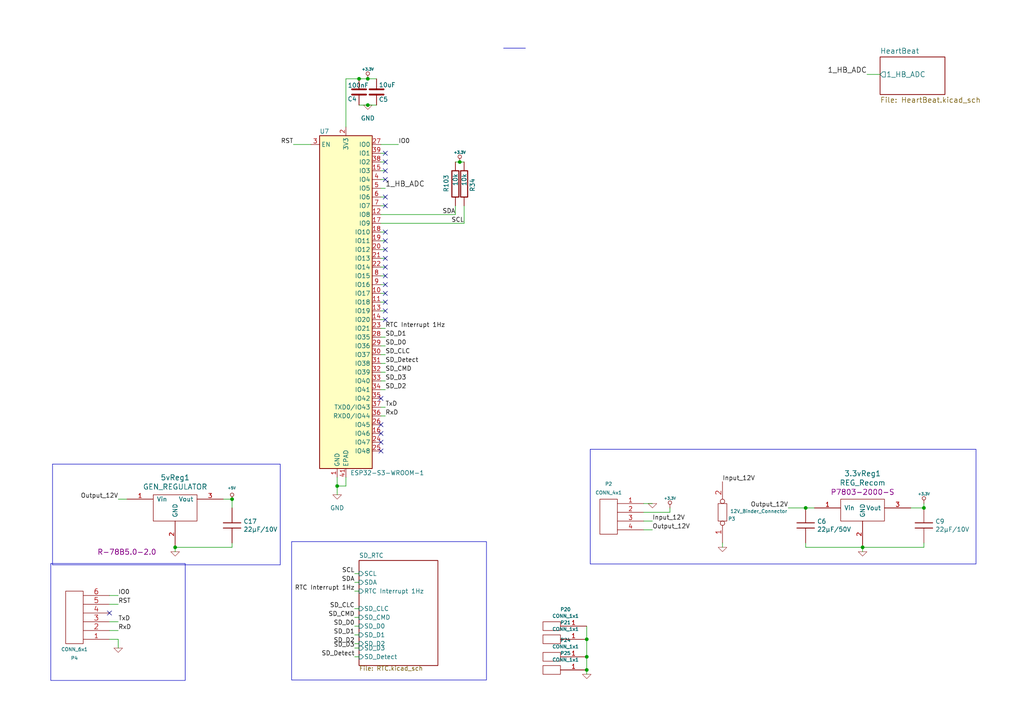
<source format=kicad_sch>
(kicad_sch
	(version 20231120)
	(generator "eeschema")
	(generator_version "8.0")
	(uuid "a7db1c9d-2391-4a58-9d8c-8aec4b83e415")
	(paper "A4")
	(lib_symbols
		(symbol "Device:C"
			(pin_numbers hide)
			(pin_names
				(offset 0.254)
			)
			(exclude_from_sim no)
			(in_bom yes)
			(on_board yes)
			(property "Reference" "C"
				(at 0.635 2.54 0)
				(effects
					(font
						(size 1.27 1.27)
					)
					(justify left)
				)
			)
			(property "Value" "C"
				(at 0.635 -2.54 0)
				(effects
					(font
						(size 1.27 1.27)
					)
					(justify left)
				)
			)
			(property "Footprint" ""
				(at 0.9652 -3.81 0)
				(effects
					(font
						(size 1.27 1.27)
					)
					(hide yes)
				)
			)
			(property "Datasheet" "~"
				(at 0 0 0)
				(effects
					(font
						(size 1.27 1.27)
					)
					(hide yes)
				)
			)
			(property "Description" "Unpolarized capacitor"
				(at 0 0 0)
				(effects
					(font
						(size 1.27 1.27)
					)
					(hide yes)
				)
			)
			(property "ki_keywords" "cap capacitor"
				(at 0 0 0)
				(effects
					(font
						(size 1.27 1.27)
					)
					(hide yes)
				)
			)
			(property "ki_fp_filters" "C_*"
				(at 0 0 0)
				(effects
					(font
						(size 1.27 1.27)
					)
					(hide yes)
				)
			)
			(symbol "C_0_1"
				(polyline
					(pts
						(xy -2.032 -0.762) (xy 2.032 -0.762)
					)
					(stroke
						(width 0.508)
						(type default)
					)
					(fill
						(type none)
					)
				)
				(polyline
					(pts
						(xy -2.032 0.762) (xy 2.032 0.762)
					)
					(stroke
						(width 0.508)
						(type default)
					)
					(fill
						(type none)
					)
				)
			)
			(symbol "C_1_1"
				(pin passive line
					(at 0 3.81 270)
					(length 2.794)
					(name "~"
						(effects
							(font
								(size 1.27 1.27)
							)
						)
					)
					(number "1"
						(effects
							(font
								(size 1.27 1.27)
							)
						)
					)
				)
				(pin passive line
					(at 0 -3.81 90)
					(length 2.794)
					(name "~"
						(effects
							(font
								(size 1.27 1.27)
							)
						)
					)
					(number "2"
						(effects
							(font
								(size 1.27 1.27)
							)
						)
					)
				)
			)
		)
		(symbol "ESPulse-rescue:+3.3V-power"
			(power)
			(pin_names
				(offset 0)
			)
			(exclude_from_sim no)
			(in_bom yes)
			(on_board yes)
			(property "Reference" "#PWR"
				(at 0 -1.016 0)
				(effects
					(font
						(size 0.762 0.762)
					)
					(hide yes)
				)
			)
			(property "Value" "+3.3V-power"
				(at 0 2.794 0)
				(effects
					(font
						(size 0.762 0.762)
					)
				)
			)
			(property "Footprint" ""
				(at 0 0 0)
				(effects
					(font
						(size 1.524 1.524)
					)
				)
			)
			(property "Datasheet" ""
				(at 0 0 0)
				(effects
					(font
						(size 1.524 1.524)
					)
				)
			)
			(property "Description" ""
				(at 0 0 0)
				(effects
					(font
						(size 1.27 1.27)
					)
					(hide yes)
				)
			)
			(symbol "+3.3V-power_0_0"
				(pin power_in line
					(at 0 0 90)
					(length 0) hide
					(name "+3.3V"
						(effects
							(font
								(size 0.762 0.762)
							)
						)
					)
					(number "1"
						(effects
							(font
								(size 0.762 0.762)
							)
						)
					)
				)
			)
			(symbol "+3.3V-power_0_1"
				(polyline
					(pts
						(xy 0 0) (xy 0 1.016) (xy 0 1.016)
					)
					(stroke
						(width 0)
						(type default)
					)
					(fill
						(type none)
					)
				)
				(circle
					(center 0 1.524)
					(radius 0.508)
					(stroke
						(width 0)
						(type default)
					)
					(fill
						(type none)
					)
				)
			)
		)
		(symbol "ESPulse-rescue:C-lsts-passives"
			(pin_numbers hide)
			(pin_names
				(offset 0.254)
			)
			(exclude_from_sim no)
			(in_bom yes)
			(on_board yes)
			(property "Reference" "C"
				(at 1.27 2.54 0)
				(effects
					(font
						(size 1.27 1.27)
					)
					(justify left)
				)
			)
			(property "Value" "C-lsts-passives"
				(at 1.27 -2.54 0)
				(effects
					(font
						(size 1.27 1.27)
					)
					(justify left)
				)
			)
			(property "Footprint" ""
				(at 0 0 0)
				(effects
					(font
						(size 1.524 1.524)
					)
				)
			)
			(property "Datasheet" ""
				(at 0 0 0)
				(effects
					(font
						(size 1.524 1.524)
					)
				)
			)
			(property "Description" ""
				(at 0 0 0)
				(effects
					(font
						(size 1.27 1.27)
					)
					(hide yes)
				)
			)
			(property "ki_fp_filters" "C_*"
				(at 0 0 0)
				(effects
					(font
						(size 1.27 1.27)
					)
					(hide yes)
				)
			)
			(symbol "C-lsts-passives_0_1"
				(polyline
					(pts
						(xy -2.54 -0.762) (xy 2.54 -0.762)
					)
					(stroke
						(width 0.254)
						(type default)
					)
					(fill
						(type none)
					)
				)
				(polyline
					(pts
						(xy -2.54 0.762) (xy 2.54 0.762)
					)
					(stroke
						(width 0.254)
						(type default)
					)
					(fill
						(type none)
					)
				)
			)
			(symbol "C-lsts-passives_1_1"
				(pin passive line
					(at 0 5.08 270)
					(length 4.318)
					(name "~"
						(effects
							(font
								(size 1.016 1.016)
							)
						)
					)
					(number "1"
						(effects
							(font
								(size 1.016 1.016)
							)
						)
					)
				)
				(pin passive line
					(at 0 -5.08 90)
					(length 4.318)
					(name "~"
						(effects
							(font
								(size 1.016 1.016)
							)
						)
					)
					(number "2"
						(effects
							(font
								(size 1.016 1.016)
							)
						)
					)
				)
			)
		)
		(symbol "ESPulse-rescue:GND-power"
			(power)
			(pin_names
				(offset 0)
			)
			(exclude_from_sim no)
			(in_bom yes)
			(on_board yes)
			(property "Reference" "#PWR"
				(at 0 0 0)
				(effects
					(font
						(size 0.762 0.762)
					)
					(hide yes)
				)
			)
			(property "Value" "GND-power"
				(at 0 -1.778 0)
				(effects
					(font
						(size 0.762 0.762)
					)
					(hide yes)
				)
			)
			(property "Footprint" ""
				(at 0 0 0)
				(effects
					(font
						(size 1.524 1.524)
					)
				)
			)
			(property "Datasheet" ""
				(at 0 0 0)
				(effects
					(font
						(size 1.524 1.524)
					)
				)
			)
			(property "Description" ""
				(at 0 0 0)
				(effects
					(font
						(size 1.27 1.27)
					)
					(hide yes)
				)
			)
			(symbol "GND-power_0_1"
				(polyline
					(pts
						(xy -1.27 0) (xy 0 -1.27) (xy 1.27 0) (xy -1.27 0)
					)
					(stroke
						(width 0.1016)
						(type default)
					)
					(fill
						(type none)
					)
				)
			)
			(symbol "GND-power_1_1"
				(pin power_in line
					(at 0 0 90)
					(length 0) hide
					(name "GND"
						(effects
							(font
								(size 0.762 0.762)
							)
						)
					)
					(number "1"
						(effects
							(font
								(size 0.762 0.762)
							)
						)
					)
				)
			)
		)
		(symbol "ESPulse-rescue:R-lsts-passives"
			(pin_numbers hide)
			(pin_names
				(offset 0)
			)
			(exclude_from_sim no)
			(in_bom yes)
			(on_board yes)
			(property "Reference" "R"
				(at 2.032 0 90)
				(effects
					(font
						(size 1.27 1.27)
					)
				)
			)
			(property "Value" "R-lsts-passives"
				(at 0 0 90)
				(effects
					(font
						(size 1.27 1.27)
					)
				)
			)
			(property "Footprint" ""
				(at 0 0 0)
				(effects
					(font
						(size 1.524 1.524)
					)
				)
			)
			(property "Datasheet" ""
				(at 0 0 0)
				(effects
					(font
						(size 1.524 1.524)
					)
				)
			)
			(property "Description" ""
				(at 0 0 0)
				(effects
					(font
						(size 1.27 1.27)
					)
					(hide yes)
				)
			)
			(property "ki_fp_filters" "R_*"
				(at 0 0 0)
				(effects
					(font
						(size 1.27 1.27)
					)
					(hide yes)
				)
			)
			(symbol "R-lsts-passives_0_1"
				(rectangle
					(start -1.016 3.81)
					(end 1.016 -3.81)
					(stroke
						(width 0.3048)
						(type default)
					)
					(fill
						(type none)
					)
				)
			)
			(symbol "R-lsts-passives_1_1"
				(pin passive line
					(at 0 6.35 270)
					(length 2.54)
					(name "~"
						(effects
							(font
								(size 1.524 1.524)
							)
						)
					)
					(number "1"
						(effects
							(font
								(size 1.524 1.524)
							)
						)
					)
				)
				(pin passive line
					(at 0 -6.35 90)
					(length 2.54)
					(name "~"
						(effects
							(font
								(size 1.524 1.524)
							)
						)
					)
					(number "2"
						(effects
							(font
								(size 1.524 1.524)
							)
						)
					)
				)
			)
		)
		(symbol "ESPulse-rescue:REG_Recom-lsts-regul"
			(pin_names
				(offset 1.016)
			)
			(exclude_from_sim no)
			(in_bom yes)
			(on_board yes)
			(property "Reference" "U"
				(at 2.54 -5.08 0)
				(effects
					(font
						(size 1.524 1.524)
					)
				)
			)
			(property "Value" "REG_Recom-lsts-regul"
				(at 0 3.81 0)
				(effects
					(font
						(size 1.524 1.524)
					)
				)
			)
			(property "Footprint" ""
				(at 0 0 0)
				(effects
					(font
						(size 1.524 1.524)
					)
				)
			)
			(property "Datasheet" ""
				(at 0 0 0)
				(effects
					(font
						(size 1.524 1.524)
					)
				)
			)
			(property "Description" ""
				(at 0 0 0)
				(effects
					(font
						(size 1.27 1.27)
					)
					(hide yes)
				)
			)
			(symbol "REG_Recom-lsts-regul_0_1"
				(rectangle
					(start -6.35 2.54)
					(end 6.35 -3.81)
					(stroke
						(width 0)
						(type default)
					)
					(fill
						(type none)
					)
				)
			)
			(symbol "REG_Recom-lsts-regul_1_1"
				(pin input line
					(at -13.97 0 0)
					(length 7.62)
					(name "Vin"
						(effects
							(font
								(size 1.27 1.27)
							)
						)
					)
					(number "1"
						(effects
							(font
								(size 1.27 1.27)
							)
						)
					)
				)
				(pin input line
					(at 0 -11.43 90)
					(length 7.62)
					(name "GND"
						(effects
							(font
								(size 1.27 1.27)
							)
						)
					)
					(number "2"
						(effects
							(font
								(size 1.27 1.27)
							)
						)
					)
				)
				(pin input line
					(at 13.97 0 180)
					(length 7.62)
					(name "Vout"
						(effects
							(font
								(size 1.27 1.27)
							)
						)
					)
					(number "3"
						(effects
							(font
								(size 1.27 1.27)
							)
						)
					)
				)
			)
		)
		(symbol "lsts-conn:CONN_1x1"
			(pin_names
				(offset 1.016) hide)
			(exclude_from_sim no)
			(in_bom yes)
			(on_board yes)
			(property "Reference" "P"
				(at 0 0 0)
				(effects
					(font
						(size 0.9906 0.9906)
					)
				)
			)
			(property "Value" "CONN_1x1"
				(at 0 -2.54 0)
				(effects
					(font
						(size 0.9906 0.9906)
					)
				)
			)
			(property "Footprint" ""
				(at 0 0 0)
				(effects
					(font
						(size 1.524 1.524)
					)
				)
			)
			(property "Datasheet" ""
				(at 0 0 0)
				(effects
					(font
						(size 1.524 1.524)
					)
				)
			)
			(property "Description" ""
				(at 0 0 0)
				(effects
					(font
						(size 1.27 1.27)
					)
					(hide yes)
				)
			)
			(symbol "CONN_1x1_0_1"
				(rectangle
					(start -2.54 1.27)
					(end 2.54 -1.27)
					(stroke
						(width 0)
						(type default)
					)
					(fill
						(type none)
					)
				)
			)
			(symbol "CONN_1x1_1_1"
				(pin passive line
					(at 10.16 0 180)
					(length 7.62)
					(name "~"
						(effects
							(font
								(size 1.27 1.27)
							)
						)
					)
					(number "1"
						(effects
							(font
								(size 1.27 1.27)
							)
						)
					)
				)
			)
		)
		(symbol "lsts-conn:CONN_1x2"
			(pin_names
				(offset 1.016) hide)
			(exclude_from_sim no)
			(in_bom yes)
			(on_board yes)
			(property "Reference" "P"
				(at -1.27 0 0)
				(effects
					(font
						(size 0.9906 0.9906)
					)
				)
			)
			(property "Value" "CONN_1x2"
				(at 0 -2.54 0)
				(effects
					(font
						(size 0.9906 0.9906)
					)
				)
			)
			(property "Footprint" ""
				(at 0 0 0)
				(effects
					(font
						(size 1.524 1.524)
					)
				)
			)
			(property "Datasheet" ""
				(at 0 0 0)
				(effects
					(font
						(size 1.524 1.524)
					)
				)
			)
			(property "Description" ""
				(at 0 0 0)
				(effects
					(font
						(size 1.27 1.27)
					)
					(hide yes)
				)
			)
			(symbol "CONN_1x2_0_1"
				(rectangle
					(start -2.54 1.27)
					(end 2.54 -1.27)
					(stroke
						(width 0)
						(type default)
					)
					(fill
						(type none)
					)
				)
			)
			(symbol "CONN_1x2_1_1"
				(pin passive inverted
					(at -8.89 0 0)
					(length 6.35)
					(name "~"
						(effects
							(font
								(size 1.524 1.524)
							)
						)
					)
					(number "1"
						(effects
							(font
								(size 1.524 1.524)
							)
						)
					)
				)
				(pin passive inverted
					(at 8.89 0 180)
					(length 6.35)
					(name "~"
						(effects
							(font
								(size 1.524 1.524)
							)
						)
					)
					(number "2"
						(effects
							(font
								(size 1.524 1.524)
							)
						)
					)
				)
			)
		)
		(symbol "lsts-conn:CONN_4x1"
			(pin_names
				(offset 1.016) hide)
			(exclude_from_sim no)
			(in_bom yes)
			(on_board yes)
			(property "Reference" "P"
				(at 1.27 0 90)
				(effects
					(font
						(size 0.9906 0.9906)
					)
				)
			)
			(property "Value" "CONN_4x1"
				(at -1.27 0 90)
				(effects
					(font
						(size 0.9906 0.9906)
					)
				)
			)
			(property "Footprint" ""
				(at 0 0 0)
				(effects
					(font
						(size 1.524 1.524)
					)
				)
			)
			(property "Datasheet" ""
				(at 0 0 0)
				(effects
					(font
						(size 1.524 1.524)
					)
				)
			)
			(property "Description" ""
				(at 0 0 0)
				(effects
					(font
						(size 1.27 1.27)
					)
					(hide yes)
				)
			)
			(symbol "CONN_4x1_0_1"
				(rectangle
					(start 2.54 -5.08)
					(end -2.54 5.08)
					(stroke
						(width 0)
						(type default)
					)
					(fill
						(type none)
					)
				)
			)
			(symbol "CONN_4x1_1_1"
				(pin passive line
					(at 10.16 3.81 180)
					(length 7.62)
					(name "~"
						(effects
							(font
								(size 1.27 1.27)
							)
						)
					)
					(number "1"
						(effects
							(font
								(size 1.27 1.27)
							)
						)
					)
				)
				(pin passive line
					(at 10.16 1.27 180)
					(length 7.62)
					(name "~"
						(effects
							(font
								(size 1.27 1.27)
							)
						)
					)
					(number "2"
						(effects
							(font
								(size 1.27 1.27)
							)
						)
					)
				)
				(pin passive line
					(at 10.16 -1.27 180)
					(length 7.62)
					(name "~"
						(effects
							(font
								(size 1.27 1.27)
							)
						)
					)
					(number "3"
						(effects
							(font
								(size 1.27 1.27)
							)
						)
					)
				)
				(pin passive line
					(at 10.16 -3.81 180)
					(length 7.62)
					(name "~"
						(effects
							(font
								(size 1.27 1.27)
							)
						)
					)
					(number "4"
						(effects
							(font
								(size 1.27 1.27)
							)
						)
					)
				)
			)
		)
		(symbol "lsts-conn:CONN_6x1"
			(pin_names
				(offset 1.016) hide)
			(exclude_from_sim no)
			(in_bom yes)
			(on_board yes)
			(property "Reference" "P"
				(at 1.27 -1.27 90)
				(effects
					(font
						(size 0.9906 0.9906)
					)
				)
			)
			(property "Value" "CONN_6x1"
				(at -1.27 -1.27 90)
				(effects
					(font
						(size 0.9906 0.9906)
					)
				)
			)
			(property "Footprint" ""
				(at 0 -1.27 0)
				(effects
					(font
						(size 1.524 1.524)
					)
				)
			)
			(property "Datasheet" ""
				(at 0 -1.27 0)
				(effects
					(font
						(size 1.524 1.524)
					)
				)
			)
			(property "Description" ""
				(at 0 0 0)
				(effects
					(font
						(size 1.27 1.27)
					)
					(hide yes)
				)
			)
			(symbol "CONN_6x1_0_1"
				(rectangle
					(start -2.54 7.62)
					(end 2.54 -7.62)
					(stroke
						(width 0)
						(type default)
					)
					(fill
						(type none)
					)
				)
			)
			(symbol "CONN_6x1_1_1"
				(pin passive line
					(at 10.16 6.35 180)
					(length 7.62)
					(name "~"
						(effects
							(font
								(size 1.27 1.27)
							)
						)
					)
					(number "1"
						(effects
							(font
								(size 1.27 1.27)
							)
						)
					)
				)
				(pin passive line
					(at 10.16 3.81 180)
					(length 7.62)
					(name "~"
						(effects
							(font
								(size 1.524 1.524)
							)
						)
					)
					(number "2"
						(effects
							(font
								(size 1.524 1.524)
							)
						)
					)
				)
				(pin passive line
					(at 10.16 1.27 180)
					(length 7.62)
					(name "~"
						(effects
							(font
								(size 1.524 1.524)
							)
						)
					)
					(number "3"
						(effects
							(font
								(size 1.524 1.524)
							)
						)
					)
				)
				(pin passive line
					(at 10.16 -1.27 180)
					(length 7.62)
					(name "~"
						(effects
							(font
								(size 1.524 1.524)
							)
						)
					)
					(number "4"
						(effects
							(font
								(size 1.524 1.524)
							)
						)
					)
				)
				(pin passive line
					(at 10.16 -3.81 180)
					(length 7.62)
					(name "~"
						(effects
							(font
								(size 1.524 1.524)
							)
						)
					)
					(number "5"
						(effects
							(font
								(size 1.524 1.524)
							)
						)
					)
				)
				(pin passive line
					(at 10.16 -6.35 180)
					(length 7.62)
					(name "~"
						(effects
							(font
								(size 1.524 1.524)
							)
						)
					)
					(number "6"
						(effects
							(font
								(size 1.524 1.524)
							)
						)
					)
				)
			)
		)
		(symbol "lsts-regul:GEN_REGULATOR"
			(pin_names
				(offset 1.016)
			)
			(exclude_from_sim no)
			(in_bom yes)
			(on_board yes)
			(property "Reference" "U"
				(at 2.54 -7.62 0)
				(effects
					(font
						(size 1.524 1.524)
					)
				)
			)
			(property "Value" "GEN_REGULATOR"
				(at 0 2.54 0)
				(effects
					(font
						(size 1.524 1.524)
					)
				)
			)
			(property "Footprint" ""
				(at 0 0 0)
				(effects
					(font
						(size 1.524 1.524)
					)
				)
			)
			(property "Datasheet" ""
				(at 0 0 0)
				(effects
					(font
						(size 1.524 1.524)
					)
				)
			)
			(property "Description" ""
				(at 0 0 0)
				(effects
					(font
						(size 1.27 1.27)
					)
					(hide yes)
				)
			)
			(symbol "GEN_REGULATOR_0_1"
				(rectangle
					(start -6.35 1.27)
					(end 6.35 -6.35)
					(stroke
						(width 0)
						(type default)
					)
					(fill
						(type none)
					)
				)
			)
			(symbol "GEN_REGULATOR_1_1"
				(pin power_in line
					(at -13.97 0 0)
					(length 7.62)
					(name "Vin"
						(effects
							(font
								(size 1.27 1.27)
							)
						)
					)
					(number "1"
						(effects
							(font
								(size 1.27 1.27)
							)
						)
					)
				)
				(pin power_in line
					(at 0 -13.97 90)
					(length 7.62)
					(name "GND"
						(effects
							(font
								(size 1.27 1.27)
							)
						)
					)
					(number "2"
						(effects
							(font
								(size 1.27 1.27)
							)
						)
					)
				)
				(pin power_out line
					(at 13.97 0 180)
					(length 7.62)
					(name "Vout"
						(effects
							(font
								(size 1.27 1.27)
							)
						)
					)
					(number "3"
						(effects
							(font
								(size 1.27 1.27)
							)
						)
					)
				)
			)
		)
		(symbol "myDevices:ESP32-S3-WROOM-1"
			(exclude_from_sim no)
			(in_bom yes)
			(on_board yes)
			(property "Reference" "U"
				(at -6.35 49.53 0)
				(effects
					(font
						(size 1.27 1.27)
					)
				)
			)
			(property "Value" "ESP32-S3-WROOM-1"
				(at 11.43 49.53 0)
				(effects
					(font
						(size 1.27 1.27)
					)
				)
			)
			(property "Footprint" "RF_Module:ESP32-S3-WROOM-1"
				(at 17.78 -49.53 0)
				(effects
					(font
						(size 1.27 1.27)
					)
					(hide yes)
				)
			)
			(property "Datasheet" "https://www.espressif.com/sites/default/files/documentation/esp32-s3-wroom-1_wroom-1u_datasheet_en.pdf"
				(at 0 0 0)
				(effects
					(font
						(size 1.27 1.27)
					)
					(hide yes)
				)
			)
			(property "Description" "RF Module, ESP32-S3 SoC, Wi-Fi 802.11b/g/n, Bluetooth 5, BLE, 32-bit, 3.0-3.6V, onboard antenna, SMD"
				(at 0 0 0)
				(effects
					(font
						(size 1.27 1.27)
					)
					(hide yes)
				)
			)
			(property "ki_keywords" "RF Radio BT ESP ESP32 Espressif onboard PCB antenna"
				(at 0 0 0)
				(effects
					(font
						(size 1.27 1.27)
					)
					(hide yes)
				)
			)
			(property "ki_fp_filters" "ESP32?WROOM?1*"
				(at 0 0 0)
				(effects
					(font
						(size 1.27 1.27)
					)
					(hide yes)
				)
			)
			(symbol "ESP32-S3-WROOM-1_0_1"
				(rectangle
					(start -7.62 48.26)
					(end 7.62 -48.26)
					(stroke
						(width 0.254)
						(type default)
					)
					(fill
						(type background)
					)
				)
			)
			(symbol "ESP32-S3-WROOM-1_1_1"
				(pin power_in line
					(at -2.54 -50.8 90)
					(length 2.54)
					(name "GND"
						(effects
							(font
								(size 1.27 1.27)
							)
						)
					)
					(number "1"
						(effects
							(font
								(size 1.27 1.27)
							)
						)
					)
				)
				(pin bidirectional line
					(at 10.16 2.54 180)
					(length 2.54)
					(name "IO17"
						(effects
							(font
								(size 1.27 1.27)
							)
						)
					)
					(number "10"
						(effects
							(font
								(size 1.27 1.27)
							)
						)
					)
				)
				(pin bidirectional line
					(at 10.16 0 180)
					(length 2.54)
					(name "IO18"
						(effects
							(font
								(size 1.27 1.27)
							)
						)
					)
					(number "11"
						(effects
							(font
								(size 1.27 1.27)
							)
						)
					)
				)
				(pin bidirectional line
					(at 10.16 25.4 180)
					(length 2.54)
					(name "IO8"
						(effects
							(font
								(size 1.27 1.27)
							)
						)
					)
					(number "12"
						(effects
							(font
								(size 1.27 1.27)
							)
						)
					)
				)
				(pin bidirectional line
					(at 10.16 -2.54 180)
					(length 2.54)
					(name "IO19"
						(effects
							(font
								(size 1.27 1.27)
							)
						)
					)
					(number "13"
						(effects
							(font
								(size 1.27 1.27)
							)
						)
					)
				)
				(pin bidirectional line
					(at 10.16 -5.08 180)
					(length 2.54)
					(name "IO20"
						(effects
							(font
								(size 1.27 1.27)
							)
						)
					)
					(number "14"
						(effects
							(font
								(size 1.27 1.27)
							)
						)
					)
				)
				(pin bidirectional line
					(at 10.16 38.1 180)
					(length 2.54)
					(name "IO3"
						(effects
							(font
								(size 1.27 1.27)
							)
						)
					)
					(number "15"
						(effects
							(font
								(size 1.27 1.27)
							)
						)
					)
				)
				(pin bidirectional line
					(at 10.16 -38.1 180)
					(length 2.54)
					(name "IO46"
						(effects
							(font
								(size 1.27 1.27)
							)
						)
					)
					(number "16"
						(effects
							(font
								(size 1.27 1.27)
							)
						)
					)
				)
				(pin bidirectional line
					(at 10.16 22.86 180)
					(length 2.54)
					(name "IO9"
						(effects
							(font
								(size 1.27 1.27)
							)
						)
					)
					(number "17"
						(effects
							(font
								(size 1.27 1.27)
							)
						)
					)
				)
				(pin bidirectional line
					(at 10.16 20.32 180)
					(length 2.54)
					(name "IO10"
						(effects
							(font
								(size 1.27 1.27)
							)
						)
					)
					(number "18"
						(effects
							(font
								(size 1.27 1.27)
							)
						)
					)
				)
				(pin bidirectional line
					(at 10.16 17.78 180)
					(length 2.54)
					(name "IO11"
						(effects
							(font
								(size 1.27 1.27)
							)
						)
					)
					(number "19"
						(effects
							(font
								(size 1.27 1.27)
							)
						)
					)
				)
				(pin power_in line
					(at 0 50.8 270)
					(length 2.54)
					(name "3V3"
						(effects
							(font
								(size 1.27 1.27)
							)
						)
					)
					(number "2"
						(effects
							(font
								(size 1.27 1.27)
							)
						)
					)
				)
				(pin bidirectional line
					(at 10.16 15.24 180)
					(length 2.54)
					(name "IO12"
						(effects
							(font
								(size 1.27 1.27)
							)
						)
					)
					(number "20"
						(effects
							(font
								(size 1.27 1.27)
							)
						)
					)
				)
				(pin bidirectional line
					(at 10.16 12.7 180)
					(length 2.54)
					(name "IO13"
						(effects
							(font
								(size 1.27 1.27)
							)
						)
					)
					(number "21"
						(effects
							(font
								(size 1.27 1.27)
							)
						)
					)
				)
				(pin bidirectional line
					(at 10.16 10.16 180)
					(length 2.54)
					(name "IO14"
						(effects
							(font
								(size 1.27 1.27)
							)
						)
					)
					(number "22"
						(effects
							(font
								(size 1.27 1.27)
							)
						)
					)
				)
				(pin bidirectional line
					(at 10.16 -7.62 180)
					(length 2.54)
					(name "IO21"
						(effects
							(font
								(size 1.27 1.27)
							)
						)
					)
					(number "23"
						(effects
							(font
								(size 1.27 1.27)
							)
						)
					)
				)
				(pin bidirectional line
					(at 10.16 -40.64 180)
					(length 2.54)
					(name "IO47"
						(effects
							(font
								(size 1.27 1.27)
							)
						)
					)
					(number "24"
						(effects
							(font
								(size 1.27 1.27)
							)
						)
					)
				)
				(pin bidirectional line
					(at 10.16 -43.18 180)
					(length 2.54)
					(name "IO48"
						(effects
							(font
								(size 1.27 1.27)
							)
						)
					)
					(number "25"
						(effects
							(font
								(size 1.27 1.27)
							)
						)
					)
				)
				(pin bidirectional line
					(at 10.16 -35.56 180)
					(length 2.54)
					(name "IO45"
						(effects
							(font
								(size 1.27 1.27)
							)
						)
					)
					(number "26"
						(effects
							(font
								(size 1.27 1.27)
							)
						)
					)
				)
				(pin bidirectional line
					(at 10.16 45.72 180)
					(length 2.54)
					(name "IO0"
						(effects
							(font
								(size 1.27 1.27)
							)
						)
					)
					(number "27"
						(effects
							(font
								(size 1.27 1.27)
							)
						)
					)
				)
				(pin bidirectional line
					(at 10.16 -10.16 180)
					(length 2.54)
					(name "IO35"
						(effects
							(font
								(size 1.27 1.27)
							)
						)
					)
					(number "28"
						(effects
							(font
								(size 1.27 1.27)
							)
						)
					)
				)
				(pin bidirectional line
					(at 10.16 -12.7 180)
					(length 2.54)
					(name "IO36"
						(effects
							(font
								(size 1.27 1.27)
							)
						)
					)
					(number "29"
						(effects
							(font
								(size 1.27 1.27)
							)
						)
					)
				)
				(pin input line
					(at -10.16 45.72 0)
					(length 2.54)
					(name "EN"
						(effects
							(font
								(size 1.27 1.27)
							)
						)
					)
					(number "3"
						(effects
							(font
								(size 1.27 1.27)
							)
						)
					)
				)
				(pin bidirectional line
					(at 10.16 -15.24 180)
					(length 2.54)
					(name "IO37"
						(effects
							(font
								(size 1.27 1.27)
							)
						)
					)
					(number "30"
						(effects
							(font
								(size 1.27 1.27)
							)
						)
					)
				)
				(pin bidirectional line
					(at 10.16 -17.78 180)
					(length 2.54)
					(name "IO38"
						(effects
							(font
								(size 1.27 1.27)
							)
						)
					)
					(number "31"
						(effects
							(font
								(size 1.27 1.27)
							)
						)
					)
				)
				(pin bidirectional line
					(at 10.16 -20.32 180)
					(length 2.54)
					(name "IO39"
						(effects
							(font
								(size 1.27 1.27)
							)
						)
					)
					(number "32"
						(effects
							(font
								(size 1.27 1.27)
							)
						)
					)
				)
				(pin bidirectional line
					(at 10.16 -22.86 180)
					(length 2.54)
					(name "IO40"
						(effects
							(font
								(size 1.27 1.27)
							)
						)
					)
					(number "33"
						(effects
							(font
								(size 1.27 1.27)
							)
						)
					)
				)
				(pin bidirectional line
					(at 10.16 -25.4 180)
					(length 2.54)
					(name "IO41"
						(effects
							(font
								(size 1.27 1.27)
							)
						)
					)
					(number "34"
						(effects
							(font
								(size 1.27 1.27)
							)
						)
					)
				)
				(pin bidirectional line
					(at 10.16 -27.94 180)
					(length 2.54)
					(name "IO42"
						(effects
							(font
								(size 1.27 1.27)
							)
						)
					)
					(number "35"
						(effects
							(font
								(size 1.27 1.27)
							)
						)
					)
				)
				(pin bidirectional line
					(at 10.16 -33.02 180)
					(length 2.54)
					(name "RXD0/IO44"
						(effects
							(font
								(size 1.27 1.27)
							)
						)
					)
					(number "36"
						(effects
							(font
								(size 1.27 1.27)
							)
						)
					)
				)
				(pin bidirectional line
					(at 10.16 -30.48 180)
					(length 2.54)
					(name "TXD0/IO43"
						(effects
							(font
								(size 1.27 1.27)
							)
						)
					)
					(number "37"
						(effects
							(font
								(size 1.27 1.27)
							)
						)
					)
				)
				(pin bidirectional line
					(at 10.16 40.64 180)
					(length 2.54)
					(name "IO2"
						(effects
							(font
								(size 1.27 1.27)
							)
						)
					)
					(number "38"
						(effects
							(font
								(size 1.27 1.27)
							)
						)
					)
				)
				(pin bidirectional line
					(at 10.16 43.18 180)
					(length 2.54)
					(name "IO1"
						(effects
							(font
								(size 1.27 1.27)
							)
						)
					)
					(number "39"
						(effects
							(font
								(size 1.27 1.27)
							)
						)
					)
				)
				(pin bidirectional line
					(at 10.16 35.56 180)
					(length 2.54)
					(name "IO4"
						(effects
							(font
								(size 1.27 1.27)
							)
						)
					)
					(number "4"
						(effects
							(font
								(size 1.27 1.27)
							)
						)
					)
				)
				(pin passive line
					(at -2.54 -50.8 90)
					(length 2.54) hide
					(name "GND"
						(effects
							(font
								(size 1.27 1.27)
							)
						)
					)
					(number "40"
						(effects
							(font
								(size 1.27 1.27)
							)
						)
					)
				)
				(pin power_in line
					(at 0 -50.8 90)
					(length 2.54)
					(name "EPAD"
						(effects
							(font
								(size 1.27 1.27)
							)
						)
					)
					(number "41"
						(effects
							(font
								(size 1.27 1.27)
							)
						)
					)
				)
				(pin bidirectional line
					(at 10.16 33.02 180)
					(length 2.54)
					(name "IO5"
						(effects
							(font
								(size 1.27 1.27)
							)
						)
					)
					(number "5"
						(effects
							(font
								(size 1.27 1.27)
							)
						)
					)
				)
				(pin bidirectional line
					(at 10.16 30.48 180)
					(length 2.54)
					(name "IO6"
						(effects
							(font
								(size 1.27 1.27)
							)
						)
					)
					(number "6"
						(effects
							(font
								(size 1.27 1.27)
							)
						)
					)
				)
				(pin bidirectional line
					(at 10.16 27.94 180)
					(length 2.54)
					(name "IO7"
						(effects
							(font
								(size 1.27 1.27)
							)
						)
					)
					(number "7"
						(effects
							(font
								(size 1.27 1.27)
							)
						)
					)
				)
				(pin bidirectional line
					(at 10.16 7.62 180)
					(length 2.54)
					(name "IO15"
						(effects
							(font
								(size 1.27 1.27)
							)
						)
					)
					(number "8"
						(effects
							(font
								(size 1.27 1.27)
							)
						)
					)
				)
				(pin bidirectional line
					(at 10.16 5.08 180)
					(length 2.54)
					(name "IO16"
						(effects
							(font
								(size 1.27 1.27)
							)
						)
					)
					(number "9"
						(effects
							(font
								(size 1.27 1.27)
							)
						)
					)
				)
			)
		)
		(symbol "power:+5V"
			(power)
			(pin_names
				(offset 1.016)
			)
			(exclude_from_sim no)
			(in_bom yes)
			(on_board yes)
			(property "Reference" "#PWR"
				(at 0 2.286 0)
				(effects
					(font
						(size 0.508 0.508)
					)
					(hide yes)
				)
			)
			(property "Value" "+5V"
				(at 0 2.286 0)
				(effects
					(font
						(size 0.762 0.762)
					)
				)
			)
			(property "Footprint" ""
				(at 0 0 0)
				(effects
					(font
						(size 1.524 1.524)
					)
				)
			)
			(property "Datasheet" ""
				(at 0 0 0)
				(effects
					(font
						(size 1.524 1.524)
					)
				)
			)
			(property "Description" ""
				(at 0 0 0)
				(effects
					(font
						(size 1.27 1.27)
					)
					(hide yes)
				)
			)
			(symbol "+5V_0_0"
				(pin power_in line
					(at 0 0 90)
					(length 0) hide
					(name "+5V"
						(effects
							(font
								(size 0.508 0.508)
							)
						)
					)
					(number "1"
						(effects
							(font
								(size 0.508 0.508)
							)
						)
					)
				)
			)
			(symbol "+5V_0_1"
				(polyline
					(pts
						(xy 0 0) (xy 0 0.762) (xy 0 0.762) (xy 0 0.762)
					)
					(stroke
						(width 0)
						(type default)
					)
					(fill
						(type none)
					)
				)
				(circle
					(center 0 1.27)
					(radius 0.508)
					(stroke
						(width 0)
						(type default)
					)
					(fill
						(type none)
					)
				)
			)
		)
		(symbol "power:GND"
			(power)
			(pin_names
				(offset 0)
			)
			(exclude_from_sim no)
			(in_bom yes)
			(on_board yes)
			(property "Reference" "#PWR"
				(at 0 0 0)
				(effects
					(font
						(size 0.762 0.762)
					)
					(hide yes)
				)
			)
			(property "Value" "GND"
				(at 0 -1.778 0)
				(effects
					(font
						(size 0.762 0.762)
					)
					(hide yes)
				)
			)
			(property "Footprint" ""
				(at 0 0 0)
				(effects
					(font
						(size 1.524 1.524)
					)
				)
			)
			(property "Datasheet" ""
				(at 0 0 0)
				(effects
					(font
						(size 1.524 1.524)
					)
				)
			)
			(property "Description" ""
				(at 0 0 0)
				(effects
					(font
						(size 1.27 1.27)
					)
					(hide yes)
				)
			)
			(symbol "GND_0_1"
				(polyline
					(pts
						(xy -1.27 0) (xy 0 -1.27) (xy 1.27 0) (xy -1.27 0)
					)
					(stroke
						(width 0.1016)
						(type default)
					)
					(fill
						(type none)
					)
				)
			)
			(symbol "GND_1_1"
				(pin power_in line
					(at 0 0 90)
					(length 0) hide
					(name "GND"
						(effects
							(font
								(size 0.762 0.762)
							)
						)
					)
					(number "1"
						(effects
							(font
								(size 0.762 0.762)
							)
						)
					)
				)
			)
		)
	)
	(junction
		(at 97.79 140.97)
		(diameter 0)
		(color 0 0 0 0)
		(uuid "0aa8026c-d5fb-4293-be4c-8e35f7dce276")
	)
	(junction
		(at 233.68 147.32)
		(diameter 0)
		(color 0 0 0 0)
		(uuid "0b8d23bf-4c8c-461d-9a94-38c8c905debe")
	)
	(junction
		(at 50.8 158.75)
		(diameter 0)
		(color 0 0 0 0)
		(uuid "276edea2-a372-46d7-bf5d-de855f6433c9")
	)
	(junction
		(at 170.18 185.42)
		(diameter 0)
		(color 0 0 0 0)
		(uuid "39231e08-8314-4aeb-99c3-ebdc5fd75d7a")
	)
	(junction
		(at 106.68 22.86)
		(diameter 0)
		(color 0 0 0 0)
		(uuid "581953d0-6577-4dc3-a0b7-774bc49e1349")
	)
	(junction
		(at 170.18 190.5)
		(diameter 0)
		(color 0 0 0 0)
		(uuid "619484b0-31a3-48aa-b4fd-5469fd2b4047")
	)
	(junction
		(at 67.31 144.78)
		(diameter 0)
		(color 0 0 0 0)
		(uuid "72f2dcc1-a66f-4fa6-94df-e2eba4bf453f")
	)
	(junction
		(at 133.35 46.99)
		(diameter 0)
		(color 0 0 0 0)
		(uuid "8fcca59e-a7b1-4780-b578-c05c7c5a1a1c")
	)
	(junction
		(at 106.68 30.48)
		(diameter 0)
		(color 0 0 0 0)
		(uuid "990bc890-6756-45e6-8ed0-3c846cc56fe4")
	)
	(junction
		(at 267.97 147.32)
		(diameter 0)
		(color 0 0 0 0)
		(uuid "9a0de67a-3fe8-47dc-aef1-6a9d5f92f634")
	)
	(junction
		(at 250.19 158.75)
		(diameter 0)
		(color 0 0 0 0)
		(uuid "bed481be-c4b6-4a18-8218-49452678e79a")
	)
	(junction
		(at 104.14 22.86)
		(diameter 0)
		(color 0 0 0 0)
		(uuid "d6a6afd1-5f57-45dc-83b1-b9db1e9d3747")
	)
	(junction
		(at 170.18 194.31)
		(diameter 0)
		(color 0 0 0 0)
		(uuid "da1bcb37-d2de-4a15-8be0-80ade5997402")
	)
	(no_connect
		(at 110.49 115.57)
		(uuid "10701b9e-6ebc-487c-a638-c5f333ecb141")
	)
	(no_connect
		(at 111.76 90.17)
		(uuid "237d6af4-6034-4168-82ee-96985a098779")
	)
	(no_connect
		(at 110.49 123.19)
		(uuid "2c11e9a1-bf1e-46d3-852b-5fb0bf8e97fb")
	)
	(no_connect
		(at 111.76 82.55)
		(uuid "3fee4058-8b13-462a-b2d5-d4d2821258a7")
	)
	(no_connect
		(at 110.49 130.81)
		(uuid "42bceca5-5d34-4849-a2d5-a806da612c1c")
	)
	(no_connect
		(at 111.76 44.45)
		(uuid "46b8d6b4-14fc-467c-9591-fe3d0c5e5d5a")
	)
	(no_connect
		(at 111.76 69.85)
		(uuid "4c8e4b56-ed88-4f3a-b713-7fe256f3bef6")
	)
	(no_connect
		(at 111.76 74.93)
		(uuid "548b6f53-86ea-4941-b95e-2ebd632b8bd4")
	)
	(no_connect
		(at 111.76 85.09)
		(uuid "627723ed-37a9-4eb0-ada4-0346599e9b51")
	)
	(no_connect
		(at 111.76 72.39)
		(uuid "65176f62-5be2-4b4c-a48c-edf10df6a200")
	)
	(no_connect
		(at 111.76 92.71)
		(uuid "6c1704e0-f915-4c87-925e-4ba2c2b2ff7b")
	)
	(no_connect
		(at 31.75 177.8)
		(uuid "77581de7-6f37-4d42-aab0-388b6a0e6092")
	)
	(no_connect
		(at 110.49 125.73)
		(uuid "7e43f433-fe20-481e-933b-d4726d9f1230")
	)
	(no_connect
		(at 111.76 67.31)
		(uuid "8049803d-e481-4125-aa23-1f20580d38d8")
	)
	(no_connect
		(at 111.76 57.15)
		(uuid "8d5e2e9f-177f-4756-8648-ae9149da3598")
	)
	(no_connect
		(at 111.76 87.63)
		(uuid "93241868-4b0e-46fc-88a5-55f5cf6ae8ba")
	)
	(no_connect
		(at 111.76 49.53)
		(uuid "9362a07d-9246-4b91-aff3-5eda21a68dff")
	)
	(no_connect
		(at 111.76 46.99)
		(uuid "9b765e4e-8e4e-4831-a291-19322e65e70b")
	)
	(no_connect
		(at 111.76 80.01)
		(uuid "a52ff913-c512-4bfe-8c17-da13eacb718c")
	)
	(no_connect
		(at 111.76 77.47)
		(uuid "b11eeffd-53f0-44f9-aede-abdedfd55a4a")
	)
	(no_connect
		(at 110.49 128.27)
		(uuid "bea90849-b726-433e-a5a8-cb4a80998174")
	)
	(no_connect
		(at 111.76 52.07)
		(uuid "d26c7968-7e08-456e-a14b-74abb352c174")
	)
	(no_connect
		(at 111.76 59.69)
		(uuid "dc13c863-d03b-4301-ad15-c9c852358059")
	)
	(wire
		(pts
			(xy 110.49 62.23) (xy 132.08 62.23)
		)
		(stroke
			(width 0)
			(type default)
		)
		(uuid "01546d0d-b676-4b29-81ba-c4a5ca87149e")
	)
	(wire
		(pts
			(xy 110.49 102.87) (xy 111.76 102.87)
		)
		(stroke
			(width 0)
			(type default)
		)
		(uuid "03854ae4-4f63-4d67-87a0-9f17887c54a5")
	)
	(wire
		(pts
			(xy 111.76 92.71) (xy 110.49 92.71)
		)
		(stroke
			(width 0)
			(type default)
		)
		(uuid "0456b552-26df-4fa8-b6db-49ff33747a9b")
	)
	(wire
		(pts
			(xy 110.49 41.91) (xy 115.57 41.91)
		)
		(stroke
			(width 0)
			(type default)
		)
		(uuid "07bb164a-b04a-4758-84a0-07a3f47e7571")
	)
	(wire
		(pts
			(xy 110.49 97.79) (xy 111.76 97.79)
		)
		(stroke
			(width 0)
			(type default)
		)
		(uuid "09a9f0b0-8d63-4c85-a622-4efc30d9dc17")
	)
	(wire
		(pts
			(xy 111.76 74.93) (xy 110.49 74.93)
		)
		(stroke
			(width 0)
			(type default)
		)
		(uuid "0f3ab2ef-f159-49a6-bdca-502c76aa7b89")
	)
	(wire
		(pts
			(xy 111.76 80.01) (xy 110.49 80.01)
		)
		(stroke
			(width 0)
			(type default)
		)
		(uuid "120353d0-8805-433b-81be-b0cfd0071fbc")
	)
	(wire
		(pts
			(xy 250.19 160.02) (xy 250.19 158.75)
		)
		(stroke
			(width 0)
			(type default)
		)
		(uuid "14ba6b94-5ac0-4668-9b74-f138cf293ccd")
	)
	(wire
		(pts
			(xy 102.87 187.96) (xy 104.14 187.96)
		)
		(stroke
			(width 0)
			(type default)
		)
		(uuid "184e6984-da49-4585-b472-7f0cb55bed68")
	)
	(wire
		(pts
			(xy 110.49 120.65) (xy 111.76 120.65)
		)
		(stroke
			(width 0)
			(type default)
		)
		(uuid "18990f2b-3154-4ac0-b008-9f20022ea612")
	)
	(wire
		(pts
			(xy 104.14 22.86) (xy 100.33 22.86)
		)
		(stroke
			(width 0)
			(type default)
		)
		(uuid "1a3525eb-56d9-4b20-85ad-eb44a67c9561")
	)
	(wire
		(pts
			(xy 31.75 172.72) (xy 34.29 172.72)
		)
		(stroke
			(width 0)
			(type default)
		)
		(uuid "20fa5911-8351-4c88-9af5-f3b48b474b7f")
	)
	(wire
		(pts
			(xy 67.31 144.78) (xy 67.31 147.32)
		)
		(stroke
			(width 0)
			(type default)
		)
		(uuid "2252dd1d-794d-40b8-ae6b-57f88bc32ee1")
	)
	(wire
		(pts
			(xy 102.87 176.53) (xy 104.14 176.53)
		)
		(stroke
			(width 0)
			(type default)
		)
		(uuid "25162745-a91c-4b57-a3c7-7a18dbf0cff1")
	)
	(wire
		(pts
			(xy 104.14 30.48) (xy 106.68 30.48)
		)
		(stroke
			(width 0)
			(type default)
		)
		(uuid "2ac80c3e-1b19-491c-9418-af9b62311be5")
	)
	(wire
		(pts
			(xy 102.87 179.07) (xy 104.14 179.07)
		)
		(stroke
			(width 0)
			(type default)
		)
		(uuid "2caec089-696e-4c42-97bc-8fc4fd9df454")
	)
	(wire
		(pts
			(xy 111.76 77.47) (xy 110.49 77.47)
		)
		(stroke
			(width 0)
			(type default)
		)
		(uuid "2f9835cd-ba59-4559-a8b0-d1defd001fe1")
	)
	(wire
		(pts
			(xy 31.75 180.34) (xy 34.29 180.34)
		)
		(stroke
			(width 0)
			(type default)
		)
		(uuid "37f184de-3a55-455e-b2e4-27629ab86e4e")
	)
	(wire
		(pts
			(xy 100.33 138.43) (xy 100.33 140.97)
		)
		(stroke
			(width 0)
			(type default)
		)
		(uuid "3d868051-85fd-4d0c-9e0a-8925060c3073")
	)
	(polyline
		(pts
			(xy 15.24 134.62) (xy 15.24 163.83)
		)
		(stroke
			(width 0)
			(type default)
		)
		(uuid "4146abf7-dfbd-4c53-aff0-0d9312b7f432")
	)
	(wire
		(pts
			(xy 134.62 59.69) (xy 134.62 64.77)
		)
		(stroke
			(width 0)
			(type default)
		)
		(uuid "4470d509-670a-4dcc-b8ad-9958b693ea54")
	)
	(wire
		(pts
			(xy 236.22 147.32) (xy 233.68 147.32)
		)
		(stroke
			(width 0)
			(type default)
		)
		(uuid "45dbc41d-5484-4232-90fe-f519b7d51aa6")
	)
	(wire
		(pts
			(xy 133.35 46.99) (xy 132.08 46.99)
		)
		(stroke
			(width 0)
			(type default)
		)
		(uuid "46881e91-ba4d-4020-903d-4db0fe825636")
	)
	(wire
		(pts
			(xy 111.76 49.53) (xy 110.49 49.53)
		)
		(stroke
			(width 0)
			(type default)
		)
		(uuid "48938498-942a-4b00-81fc-b051d4b16915")
	)
	(wire
		(pts
			(xy 100.33 22.86) (xy 100.33 36.83)
		)
		(stroke
			(width 0)
			(type default)
		)
		(uuid "4acb238e-9d4a-4030-acd6-6f6fe0608c81")
	)
	(polyline
		(pts
			(xy 81.28 163.83) (xy 81.28 134.62)
		)
		(stroke
			(width 0)
			(type default)
		)
		(uuid "4b5c08e5-a942-4f0e-8dad-244e7f5f664b")
	)
	(wire
		(pts
			(xy 111.76 57.15) (xy 110.49 57.15)
		)
		(stroke
			(width 0)
			(type default)
		)
		(uuid "4b73e7b0-fdba-4d8d-9efb-7ea1743e21ac")
	)
	(wire
		(pts
			(xy 97.79 143.51) (xy 97.79 140.97)
		)
		(stroke
			(width 0)
			(type default)
		)
		(uuid "4f8421a0-7748-4dc8-a184-646cdce68fbe")
	)
	(wire
		(pts
			(xy 267.97 158.75) (xy 267.97 157.48)
		)
		(stroke
			(width 0)
			(type default)
		)
		(uuid "52c108e8-26f7-44cc-966e-887401779ce1")
	)
	(wire
		(pts
			(xy 31.75 182.88) (xy 34.29 182.88)
		)
		(stroke
			(width 0)
			(type default)
		)
		(uuid "589e0dbd-8ed8-4996-b2cc-af1e269edb41")
	)
	(wire
		(pts
			(xy 233.68 157.48) (xy 233.68 158.75)
		)
		(stroke
			(width 0)
			(type default)
		)
		(uuid "5ab0247d-0707-44d1-baac-5863e293f8e3")
	)
	(wire
		(pts
			(xy 194.31 148.59) (xy 194.31 147.32)
		)
		(stroke
			(width 0)
			(type default)
		)
		(uuid "5b9975c0-b882-4797-9c3d-c0e9654d0826")
	)
	(wire
		(pts
			(xy 111.76 52.07) (xy 110.49 52.07)
		)
		(stroke
			(width 0)
			(type default)
		)
		(uuid "5be22b8a-f1c2-4c5b-b23e-5eed2ae6a8d0")
	)
	(wire
		(pts
			(xy 85.09 41.91) (xy 90.17 41.91)
		)
		(stroke
			(width 0)
			(type default)
		)
		(uuid "5d4d77d5-79cf-4192-954a-75604bfe0018")
	)
	(wire
		(pts
			(xy 170.18 194.31) (xy 170.18 195.58)
		)
		(stroke
			(width 0)
			(type default)
		)
		(uuid "5f6555b2-769a-48b6-bbb3-5afb098290e3")
	)
	(wire
		(pts
			(xy 111.76 87.63) (xy 110.49 87.63)
		)
		(stroke
			(width 0)
			(type default)
		)
		(uuid "61d0a221-5a4a-4ea8-b826-1c8200d7886a")
	)
	(wire
		(pts
			(xy 50.8 160.02) (xy 50.8 158.75)
		)
		(stroke
			(width 0)
			(type default)
		)
		(uuid "64a67fc2-32ac-4dab-831d-5066f74fb758")
	)
	(wire
		(pts
			(xy 186.69 148.59) (xy 194.31 148.59)
		)
		(stroke
			(width 0)
			(type default)
		)
		(uuid "64d8fe1e-50e0-4398-8a31-24eda705d37c")
	)
	(wire
		(pts
			(xy 50.8 158.75) (xy 67.31 158.75)
		)
		(stroke
			(width 0)
			(type default)
		)
		(uuid "670d81d3-de01-4d2f-8bb3-4e0cb750c085")
	)
	(wire
		(pts
			(xy 255.27 21.59) (xy 251.46 21.59)
		)
		(stroke
			(width 0)
			(type default)
		)
		(uuid "673d22b5-6ee9-4cbe-b7db-32a5c7fe0465")
	)
	(wire
		(pts
			(xy 233.68 158.75) (xy 250.19 158.75)
		)
		(stroke
			(width 0)
			(type default)
		)
		(uuid "69ca1acb-4299-4108-a46c-631af2d14e09")
	)
	(wire
		(pts
			(xy 110.49 107.95) (xy 111.76 107.95)
		)
		(stroke
			(width 0)
			(type default)
		)
		(uuid "6bccde6b-645c-486c-a5ea-334e784510f1")
	)
	(wire
		(pts
			(xy 111.76 54.61) (xy 110.49 54.61)
		)
		(stroke
			(width 0)
			(type default)
		)
		(uuid "6d5f9796-7317-4687-b246-9b3190e5e34b")
	)
	(wire
		(pts
			(xy 110.49 105.41) (xy 111.76 105.41)
		)
		(stroke
			(width 0)
			(type default)
		)
		(uuid "70ebb1f2-3873-4dcf-bd5f-1c41d4305e8a")
	)
	(wire
		(pts
			(xy 264.16 147.32) (xy 267.97 147.32)
		)
		(stroke
			(width 0)
			(type default)
		)
		(uuid "737d8bf0-6dcd-4fdd-bf8c-09eb949343c2")
	)
	(wire
		(pts
			(xy 111.76 46.99) (xy 110.49 46.99)
		)
		(stroke
			(width 0)
			(type default)
		)
		(uuid "774de00d-bfc4-485b-a9a7-e34d183f1aa9")
	)
	(wire
		(pts
			(xy 186.69 146.05) (xy 189.23 146.05)
		)
		(stroke
			(width 0)
			(type default)
		)
		(uuid "77553120-bc1d-414b-a213-40bcda6eb5bf")
	)
	(wire
		(pts
			(xy 106.68 30.48) (xy 109.22 30.48)
		)
		(stroke
			(width 0)
			(type default)
		)
		(uuid "7daf19a6-6bec-4794-aa3f-bd96afd039ce")
	)
	(wire
		(pts
			(xy 170.18 181.61) (xy 170.18 185.42)
		)
		(stroke
			(width 0)
			(type default)
		)
		(uuid "7f51e424-e8c6-4c01-a28f-29b45436fc50")
	)
	(wire
		(pts
			(xy 104.14 166.37) (xy 102.87 166.37)
		)
		(stroke
			(width 0)
			(type default)
		)
		(uuid "80796917-cb22-47ad-beaf-6297a5627d18")
	)
	(wire
		(pts
			(xy 228.6 147.32) (xy 233.68 147.32)
		)
		(stroke
			(width 0)
			(type default)
		)
		(uuid "848b2620-07af-413b-85bf-dce891a241d3")
	)
	(wire
		(pts
			(xy 250.19 158.75) (xy 267.97 158.75)
		)
		(stroke
			(width 0)
			(type default)
		)
		(uuid "8aab9745-d3bb-4554-967e-d76284a1ccc3")
	)
	(wire
		(pts
			(xy 186.69 153.67) (xy 189.23 153.67)
		)
		(stroke
			(width 0)
			(type default)
		)
		(uuid "93b3b772-f406-4c45-82d7-202eb0c95659")
	)
	(wire
		(pts
			(xy 100.33 140.97) (xy 97.79 140.97)
		)
		(stroke
			(width 0)
			(type default)
		)
		(uuid "9465ab5f-350b-4cf5-b254-b91612049903")
	)
	(wire
		(pts
			(xy 102.87 186.69) (xy 104.14 186.69)
		)
		(stroke
			(width 0)
			(type default)
		)
		(uuid "98524939-e6bc-4862-a7f6-751ad92fd76b")
	)
	(wire
		(pts
			(xy 106.68 22.86) (xy 109.22 22.86)
		)
		(stroke
			(width 0)
			(type default)
		)
		(uuid "99e580e3-aae4-4d3b-9a19-936d65dfc32b")
	)
	(wire
		(pts
			(xy 209.55 157.48) (xy 209.55 158.75)
		)
		(stroke
			(width 0)
			(type default)
		)
		(uuid "9af4ca6c-c8b1-45b8-a43f-3b13d0f31d95")
	)
	(wire
		(pts
			(xy 67.31 158.75) (xy 67.31 157.48)
		)
		(stroke
			(width 0)
			(type default)
		)
		(uuid "9d5eaa47-d1e9-48f6-bd18-37b20b5675f5")
	)
	(wire
		(pts
			(xy 111.76 69.85) (xy 110.49 69.85)
		)
		(stroke
			(width 0)
			(type default)
		)
		(uuid "9f7ba068-3109-4b5b-911d-1fbfffbbe49d")
	)
	(wire
		(pts
			(xy 102.87 190.5) (xy 104.14 190.5)
		)
		(stroke
			(width 0)
			(type default)
		)
		(uuid "a105c381-8daf-4313-b5d5-7a0476e610c3")
	)
	(wire
		(pts
			(xy 110.49 110.49) (xy 111.76 110.49)
		)
		(stroke
			(width 0)
			(type default)
		)
		(uuid "a3600c4b-e7c8-4fde-b010-de7673b678c1")
	)
	(wire
		(pts
			(xy 267.97 146.05) (xy 267.97 147.32)
		)
		(stroke
			(width 0)
			(type default)
		)
		(uuid "a5bc6cd1-e671-4e7e-9d88-8126e2fc7a20")
	)
	(wire
		(pts
			(xy 170.18 190.5) (xy 170.18 194.31)
		)
		(stroke
			(width 0)
			(type default)
		)
		(uuid "a733c78c-b06b-47af-8e58-871c0c80d3bd")
	)
	(wire
		(pts
			(xy 111.76 82.55) (xy 110.49 82.55)
		)
		(stroke
			(width 0)
			(type default)
		)
		(uuid "a769230d-7c9f-4728-be6b-8b9122e68d1b")
	)
	(wire
		(pts
			(xy 132.08 62.23) (xy 132.08 59.69)
		)
		(stroke
			(width 0)
			(type default)
		)
		(uuid "b29e0c8c-7ed6-4c3c-8189-3ec18aaeeb2b")
	)
	(wire
		(pts
			(xy 170.18 185.42) (xy 170.18 190.5)
		)
		(stroke
			(width 0)
			(type default)
		)
		(uuid "b2b73214-e43a-48bb-a804-626813d1131a")
	)
	(wire
		(pts
			(xy 111.76 59.69) (xy 110.49 59.69)
		)
		(stroke
			(width 0)
			(type default)
		)
		(uuid "b32ee014-48ec-4dc3-a59b-c581da70f983")
	)
	(wire
		(pts
			(xy 134.62 46.99) (xy 133.35 46.99)
		)
		(stroke
			(width 0)
			(type default)
		)
		(uuid "b36df8d8-52c9-423e-91ad-a3d4fdf7eab5")
	)
	(wire
		(pts
			(xy 34.29 185.42) (xy 34.29 187.96)
		)
		(stroke
			(width 0)
			(type default)
		)
		(uuid "b579070e-c8f5-4bc1-aabf-f93d0d0c51da")
	)
	(wire
		(pts
			(xy 111.76 85.09) (xy 110.49 85.09)
		)
		(stroke
			(width 0)
			(type default)
		)
		(uuid "b61b761e-20a6-4c2a-bbc4-956d62eb2ca5")
	)
	(wire
		(pts
			(xy 36.83 144.78) (xy 34.29 144.78)
		)
		(stroke
			(width 0)
			(type default)
		)
		(uuid "b6a41ffa-fc5e-4d8e-ab57-0fb6be519b0e")
	)
	(wire
		(pts
			(xy 110.49 118.11) (xy 111.76 118.11)
		)
		(stroke
			(width 0)
			(type default)
		)
		(uuid "b831e9ed-67b0-4287-9daa-46736e7ce2fa")
	)
	(wire
		(pts
			(xy 111.76 72.39) (xy 110.49 72.39)
		)
		(stroke
			(width 0)
			(type default)
		)
		(uuid "c03c2fba-7da0-4880-8df8-31878589ea05")
	)
	(wire
		(pts
			(xy 102.87 171.45) (xy 104.14 171.45)
		)
		(stroke
			(width 0)
			(type default)
		)
		(uuid "c4bcfd86-30e6-419d-8acf-f87b7224aafc")
	)
	(wire
		(pts
			(xy 104.14 168.91) (xy 102.87 168.91)
		)
		(stroke
			(width 0)
			(type default)
		)
		(uuid "c77c16b6-ccf6-4f69-9121-70945a7b98bc")
	)
	(polyline
		(pts
			(xy 146.05 13.97) (xy 152.4 13.97)
		)
		(stroke
			(width 0)
			(type default)
		)
		(uuid "c7921041-043d-4206-a183-1f392933de26")
	)
	(wire
		(pts
			(xy 111.76 67.31) (xy 110.49 67.31)
		)
		(stroke
			(width 0)
			(type default)
		)
		(uuid "cbb53c54-5ae2-48a4-83c2-4417aee5413e")
	)
	(wire
		(pts
			(xy 31.75 185.42) (xy 34.29 185.42)
		)
		(stroke
			(width 0)
			(type default)
		)
		(uuid "cc8fe4ea-ecc3-4cb7-a582-bbecf50ce8bc")
	)
	(wire
		(pts
			(xy 110.49 100.33) (xy 111.76 100.33)
		)
		(stroke
			(width 0)
			(type default)
		)
		(uuid "ccf46000-cc7d-4277-b7a8-1156b4a93b44")
	)
	(wire
		(pts
			(xy 102.87 184.15) (xy 104.14 184.15)
		)
		(stroke
			(width 0)
			(type default)
		)
		(uuid "cd6afadc-a63b-4981-bf5e-e71d21b4ee70")
	)
	(polyline
		(pts
			(xy 15.24 163.83) (xy 81.28 163.83)
		)
		(stroke
			(width 0)
			(type default)
		)
		(uuid "d25f0669-946b-4b48-a48e-251acc1fa02c")
	)
	(wire
		(pts
			(xy 110.49 113.03) (xy 111.76 113.03)
		)
		(stroke
			(width 0)
			(type default)
		)
		(uuid "d44bf536-4764-41ac-bee6-ee4005814e58")
	)
	(wire
		(pts
			(xy 111.76 90.17) (xy 110.49 90.17)
		)
		(stroke
			(width 0)
			(type default)
		)
		(uuid "d67a7068-384f-4e2a-9296-deb5ef0bbc56")
	)
	(wire
		(pts
			(xy 31.75 175.26) (xy 34.29 175.26)
		)
		(stroke
			(width 0)
			(type default)
		)
		(uuid "d852a508-9007-4f37-a900-cd8996fff20e")
	)
	(wire
		(pts
			(xy 102.87 181.61) (xy 104.14 181.61)
		)
		(stroke
			(width 0)
			(type default)
		)
		(uuid "dd4124df-57a7-4416-851a-2060021de925")
	)
	(wire
		(pts
			(xy 110.49 64.77) (xy 134.62 64.77)
		)
		(stroke
			(width 0)
			(type default)
		)
		(uuid "dfb04394-dc85-44ad-bbe3-3e289ffea7e8")
	)
	(wire
		(pts
			(xy 110.49 95.25) (xy 111.76 95.25)
		)
		(stroke
			(width 0)
			(type default)
		)
		(uuid "e165ef8d-1a1f-458d-8164-22fa05f13f83")
	)
	(wire
		(pts
			(xy 186.69 151.13) (xy 189.23 151.13)
		)
		(stroke
			(width 0)
			(type default)
		)
		(uuid "e85f0d8f-fe14-43a6-b40b-5cc920f99d6f")
	)
	(wire
		(pts
			(xy 111.76 44.45) (xy 110.49 44.45)
		)
		(stroke
			(width 0)
			(type default)
		)
		(uuid "e94045ce-0bbb-4a2c-bfa1-855b660325b1")
	)
	(wire
		(pts
			(xy 104.14 22.86) (xy 106.68 22.86)
		)
		(stroke
			(width 0)
			(type default)
		)
		(uuid "f38a0edb-956d-41be-bf61-754e92277007")
	)
	(polyline
		(pts
			(xy 81.28 134.62) (xy 15.24 134.62)
		)
		(stroke
			(width 0)
			(type default)
		)
		(uuid "fd86a4c6-5303-414c-b15e-39f69592c860")
	)
	(wire
		(pts
			(xy 64.77 144.78) (xy 67.31 144.78)
		)
		(stroke
			(width 0)
			(type default)
		)
		(uuid "fea644c4-774b-4244-9177-b2cb6f774cc5")
	)
	(wire
		(pts
			(xy 97.79 138.43) (xy 97.79 140.97)
		)
		(stroke
			(width 0)
			(type default)
		)
		(uuid "fee04bf2-768a-4b49-9a04-1956d1e68f9c")
	)
	(rectangle
		(start 171.196 130.302)
		(end 283.083 163.576)
		(stroke
			(width 0)
			(type default)
		)
		(fill
			(type none)
		)
		(uuid 25bb0f88-e21d-4c6d-8fac-6a5bfc028250)
	)
	(rectangle
		(start 84.582 157.099)
		(end 141.097 197.231)
		(stroke
			(width 0)
			(type default)
		)
		(fill
			(type none)
		)
		(uuid 25fc2df9-fdf3-433b-a567-608e1b625613)
	)
	(rectangle
		(start 14.732 163.449)
		(end 53.721 197.358)
		(stroke
			(width 0)
			(type default)
		)
		(fill
			(type none)
		)
		(uuid b24f6577-7a05-41d5-afde-bb3da6a804b9)
	)
	(label "SD_D2"
		(at 102.87 186.69 180)
		(fields_autoplaced yes)
		(effects
			(font
				(size 1.27 1.27)
			)
			(justify right bottom)
		)
		(uuid "02d21718-fd5d-40d3-9a88-72f4970ae85c")
	)
	(label "IO0"
		(at 115.57 41.91 0)
		(fields_autoplaced yes)
		(effects
			(font
				(size 1.27 1.27)
			)
			(justify left bottom)
		)
		(uuid "05449109-ed10-4c39-835f-8d5f85437ad1")
	)
	(label "SD_D3"
		(at 111.76 110.49 0)
		(fields_autoplaced yes)
		(effects
			(font
				(size 1.27 1.27)
			)
			(justify left bottom)
		)
		(uuid "0a5b9544-dfbb-472b-ac76-32b1138993f3")
	)
	(label "Input_12V"
		(at 189.23 151.13 0)
		(fields_autoplaced yes)
		(effects
			(font
				(size 1.27 1.27)
			)
			(justify left bottom)
		)
		(uuid "0c58d7f8-b8ac-4367-97a7-c95fbdcaa8db")
	)
	(label "SD_CLC"
		(at 111.76 102.87 0)
		(fields_autoplaced yes)
		(effects
			(font
				(size 1.27 1.27)
			)
			(justify left bottom)
		)
		(uuid "14c8a17e-46cc-4d28-9096-dfb43941eef3")
	)
	(label "TxD"
		(at 111.76 118.11 0)
		(fields_autoplaced yes)
		(effects
			(font
				(size 1.27 1.27)
			)
			(justify left bottom)
		)
		(uuid "1649a9dc-93ef-4089-8e51-4e214cf86b21")
	)
	(label "SCL"
		(at 102.87 166.37 180)
		(fields_autoplaced yes)
		(effects
			(font
				(size 1.27 1.27)
			)
			(justify right bottom)
		)
		(uuid "1dbb58fb-56a3-4124-8bbb-cb9bfa1eda53")
	)
	(label "SDA"
		(at 102.87 168.91 180)
		(fields_autoplaced yes)
		(effects
			(font
				(size 1.27 1.27)
			)
			(justify right bottom)
		)
		(uuid "2505074d-a83a-4a2a-af10-dd9dacdbcca8")
	)
	(label "RxD"
		(at 34.29 182.88 0)
		(fields_autoplaced yes)
		(effects
			(font
				(size 1.27 1.27)
			)
			(justify left bottom)
		)
		(uuid "26d20a36-7c80-4f39-84d2-0f3096e8ad92")
	)
	(label "TxD"
		(at 34.29 180.34 0)
		(fields_autoplaced yes)
		(effects
			(font
				(size 1.27 1.27)
			)
			(justify left bottom)
		)
		(uuid "28eee675-3c52-4e6d-aa3a-c805b07b58a8")
	)
	(label "SCL"
		(at 134.62 64.77 180)
		(fields_autoplaced yes)
		(effects
			(font
				(size 1.27 1.27)
			)
			(justify right bottom)
		)
		(uuid "4264b402-c8e4-4bf9-9abc-8bda8dd09b74")
	)
	(label "SD_Detect"
		(at 111.76 105.41 0)
		(fields_autoplaced yes)
		(effects
			(font
				(size 1.27 1.27)
			)
			(justify left bottom)
		)
		(uuid "4328f4b2-8175-4453-bb9f-3442514f182f")
	)
	(label "RST"
		(at 85.09 41.91 180)
		(fields_autoplaced yes)
		(effects
			(font
				(size 1.27 1.27)
			)
			(justify right bottom)
		)
		(uuid "59d17e44-7b2b-47b7-bc53-943b4f5f5ae6")
	)
	(label "Output_12V"
		(at 34.29 144.78 180)
		(fields_autoplaced yes)
		(effects
			(font
				(size 1.27 1.27)
			)
			(justify right bottom)
		)
		(uuid "60905f49-166c-47b2-a9d6-88179bd77974")
	)
	(label "1_HB_ADC"
		(at 111.76 54.61 0)
		(fields_autoplaced yes)
		(effects
			(font
				(size 1.524 1.524)
			)
			(justify left bottom)
		)
		(uuid "63d921de-c4ab-46ff-94b3-b45553820e10")
	)
	(label "SD_D0"
		(at 102.87 181.61 180)
		(fields_autoplaced yes)
		(effects
			(font
				(size 1.27 1.27)
			)
			(justify right bottom)
		)
		(uuid "666a1825-ac4f-4964-ae4d-61db969feae6")
	)
	(label "SD_Detect"
		(at 102.87 190.5 180)
		(fields_autoplaced yes)
		(effects
			(font
				(size 1.27 1.27)
			)
			(justify right bottom)
		)
		(uuid "728811b8-8805-47b6-bd73-ed762c8b3485")
	)
	(label "IO0"
		(at 34.29 172.72 0)
		(fields_autoplaced yes)
		(effects
			(font
				(size 1.27 1.27)
			)
			(justify left bottom)
		)
		(uuid "74232962-02e2-4a3a-ba9e-1020477860ec")
	)
	(label "RST"
		(at 34.29 175.26 0)
		(fields_autoplaced yes)
		(effects
			(font
				(size 1.27 1.27)
			)
			(justify left bottom)
		)
		(uuid "84083d86-31f7-4872-aca2-7a9da873a796")
	)
	(label "SD_D1"
		(at 102.87 184.15 180)
		(fields_autoplaced yes)
		(effects
			(font
				(size 1.27 1.27)
			)
			(justify right bottom)
		)
		(uuid "8a1124b0-b5cd-42b5-9fa9-e19d6d635b1a")
	)
	(label "RxD"
		(at 111.76 120.65 0)
		(fields_autoplaced yes)
		(effects
			(font
				(size 1.27 1.27)
			)
			(justify left bottom)
		)
		(uuid "930da52b-102e-4767-9808-014bc97c7266")
	)
	(label "SD_CLC"
		(at 102.87 176.53 180)
		(fields_autoplaced yes)
		(effects
			(font
				(size 1.27 1.27)
			)
			(justify right bottom)
		)
		(uuid "96f2afd2-26d5-4a0a-82a0-32de1eafa48c")
	)
	(label "SD_CMD"
		(at 111.76 107.95 0)
		(fields_autoplaced yes)
		(effects
			(font
				(size 1.27 1.27)
			)
			(justify left bottom)
		)
		(uuid "9cf0f5f7-a30e-42c0-946b-d27b5df1ab3d")
	)
	(label "SD_D1"
		(at 111.76 97.79 0)
		(fields_autoplaced yes)
		(effects
			(font
				(size 1.27 1.27)
			)
			(justify left bottom)
		)
		(uuid "9d75a15c-90d4-46da-ba2b-486cffad2365")
	)
	(label "SDA"
		(at 132.08 62.23 180)
		(fields_autoplaced yes)
		(effects
			(font
				(size 1.27 1.27)
			)
			(justify right bottom)
		)
		(uuid "b536c3bb-dd56-4a13-bb0b-c487d75a5134")
	)
	(label "SD_D0"
		(at 111.76 100.33 0)
		(fields_autoplaced yes)
		(effects
			(font
				(size 1.27 1.27)
			)
			(justify left bottom)
		)
		(uuid "c9e9f404-c84b-4784-a34c-6ceebfedb981")
	)
	(label "SD_CMD"
		(at 102.87 179.07 180)
		(fields_autoplaced yes)
		(effects
			(font
				(size 1.27 1.27)
			)
			(justify right bottom)
		)
		(uuid "cb4ce71e-f771-4bb2-9e38-bacb377ab414")
	)
	(label "RTC Interrupt 1Hz"
		(at 111.76 95.25 0)
		(fields_autoplaced yes)
		(effects
			(font
				(size 1.27 1.27)
			)
			(justify left bottom)
		)
		(uuid "cc9e68ce-bf33-4581-9c7e-bffa8de9bc11")
	)
	(label "RTC Interrupt 1Hz"
		(at 102.87 171.45 180)
		(fields_autoplaced yes)
		(effects
			(font
				(size 1.27 1.27)
			)
			(justify right bottom)
		)
		(uuid "cf2e3674-8a1c-4efd-966e-5e9892605ac6")
	)
	(label "Output_12V"
		(at 228.6 147.32 180)
		(fields_autoplaced yes)
		(effects
			(font
				(size 1.27 1.27)
			)
			(justify right bottom)
		)
		(uuid "e866ee47-7f74-413d-a7f2-65a1c7038fdc")
	)
	(label "Output_12V"
		(at 189.23 153.67 0)
		(fields_autoplaced yes)
		(effects
			(font
				(size 1.27 1.27)
			)
			(justify left bottom)
		)
		(uuid "ead37983-1379-4cb6-8f38-d3c1deb591db")
	)
	(label "Input_12V"
		(at 209.55 139.7 0)
		(fields_autoplaced yes)
		(effects
			(font
				(size 1.27 1.27)
			)
			(justify left bottom)
		)
		(uuid "edd1e5dd-770a-4e84-a785-5a4d632f6472")
	)
	(label "1_HB_ADC"
		(at 251.46 21.59 180)
		(fields_autoplaced yes)
		(effects
			(font
				(size 1.524 1.524)
			)
			(justify right bottom)
		)
		(uuid "f2794945-45cb-4a2d-b77f-16aec0508dee")
	)
	(label "SD_D3"
		(at 102.87 187.96 180)
		(fields_autoplaced yes)
		(effects
			(font
				(size 1.27 1.27)
			)
			(justify right bottom)
		)
		(uuid "f52c5aa2-4db3-4c28-b11b-26f5fc69563b")
	)
	(label "SD_D2"
		(at 111.76 113.03 0)
		(fields_autoplaced yes)
		(effects
			(font
				(size 1.27 1.27)
			)
			(justify left bottom)
		)
		(uuid "f865df8c-e8f4-4f86-a2ef-a011c0b57edb")
	)
	(symbol
		(lib_id "ESPulse-rescue:REG_Recom-lsts-regul")
		(at 250.19 147.32 0)
		(unit 1)
		(exclude_from_sim no)
		(in_bom yes)
		(on_board yes)
		(dnp no)
		(uuid "00000000-0000-0000-0000-0000623c4966")
		(property "Reference" "3.3vReg1"
			(at 250.19 137.3378 0)
			(effects
				(font
					(size 1.524 1.524)
				)
			)
		)
		(property "Value" "REG_Recom"
			(at 250.19 140.0302 0)
			(effects
				(font
					(size 1.524 1.524)
				)
			)
		)
		(property "Footprint" "lsts-devices:R-78HBxxx-0.5"
			(at 250.19 147.32 0)
			(effects
				(font
					(size 1.524 1.524)
				)
				(hide yes)
			)
		)
		(property "Datasheet" "P7803-2000-S"
			(at 250.19 142.7226 0)
			(effects
				(font
					(size 1.524 1.524)
				)
			)
		)
		(property "Description" ""
			(at 250.19 147.32 0)
			(effects
				(font
					(size 1.27 1.27)
				)
				(hide yes)
			)
		)
		(pin "1"
			(uuid "c4d11107-9c21-4c9c-bb41-c6689b4f0c58")
		)
		(pin "2"
			(uuid "6780fe43-cb37-45e6-a9db-80479668d27a")
		)
		(pin "3"
			(uuid "81d17d09-d3e7-4f86-b2d3-946a847cf1dd")
		)
		(instances
			(project "ESPulse"
				(path "/a7db1c9d-2391-4a58-9d8c-8aec4b83e415"
					(reference "3.3vReg1")
					(unit 1)
				)
			)
		)
	)
	(symbol
		(lib_id "ESPulse-rescue:C-lsts-passives")
		(at 233.68 152.4 0)
		(unit 1)
		(exclude_from_sim no)
		(in_bom yes)
		(on_board yes)
		(dnp no)
		(uuid "00000000-0000-0000-0000-0000623c5890")
		(property "Reference" "C6"
			(at 236.982 151.2316 0)
			(effects
				(font
					(size 1.27 1.27)
				)
				(justify left)
			)
		)
		(property "Value" "22μF/50V"
			(at 236.982 153.543 0)
			(effects
				(font
					(size 1.27 1.27)
				)
				(justify left)
			)
		)
		(property "Footprint" "lsts-passives:CP_Elec_6.3x5.8"
			(at 233.68 152.4 0)
			(effects
				(font
					(size 1.524 1.524)
				)
				(hide yes)
			)
		)
		(property "Datasheet" ""
			(at 233.68 152.4 0)
			(effects
				(font
					(size 1.524 1.524)
				)
			)
		)
		(property "Description" ""
			(at 233.68 152.4 0)
			(effects
				(font
					(size 1.27 1.27)
				)
				(hide yes)
			)
		)
		(pin "1"
			(uuid "ca6e6392-53f5-44db-9257-19866bef06f3")
		)
		(pin "2"
			(uuid "4bec0edf-d423-4cf5-8364-b91e06a2eec9")
		)
		(instances
			(project "ESPulse"
				(path "/a7db1c9d-2391-4a58-9d8c-8aec4b83e415"
					(reference "C6")
					(unit 1)
				)
			)
		)
	)
	(symbol
		(lib_id "ESPulse-rescue:C-lsts-passives")
		(at 267.97 152.4 0)
		(unit 1)
		(exclude_from_sim no)
		(in_bom yes)
		(on_board yes)
		(dnp no)
		(uuid "00000000-0000-0000-0000-0000623c6041")
		(property "Reference" "C9"
			(at 271.272 151.2316 0)
			(effects
				(font
					(size 1.27 1.27)
				)
				(justify left)
			)
		)
		(property "Value" "22μF/10V"
			(at 271.272 153.543 0)
			(effects
				(font
					(size 1.27 1.27)
				)
				(justify left)
			)
		)
		(property "Footprint" "lsts-passives:C_0603"
			(at 267.97 152.4 0)
			(effects
				(font
					(size 1.524 1.524)
				)
				(hide yes)
			)
		)
		(property "Datasheet" ""
			(at 267.97 152.4 0)
			(effects
				(font
					(size 1.524 1.524)
				)
			)
		)
		(property "Description" ""
			(at 267.97 152.4 0)
			(effects
				(font
					(size 1.27 1.27)
				)
				(hide yes)
			)
		)
		(pin "1"
			(uuid "70e9e206-daf6-457b-bee3-98c8f49ccdcb")
		)
		(pin "2"
			(uuid "f17baede-77da-4d56-817d-0b14cfb88fd9")
		)
		(instances
			(project "ESPulse"
				(path "/a7db1c9d-2391-4a58-9d8c-8aec4b83e415"
					(reference "C9")
					(unit 1)
				)
			)
		)
	)
	(symbol
		(lib_id "ESPulse-rescue:GND-power")
		(at 250.19 160.02 0)
		(unit 1)
		(exclude_from_sim no)
		(in_bom yes)
		(on_board yes)
		(dnp no)
		(uuid "00000000-0000-0000-0000-0000623d761a")
		(property "Reference" "#PWR0102"
			(at 250.19 160.02 0)
			(effects
				(font
					(size 0.762 0.762)
				)
				(hide yes)
			)
		)
		(property "Value" "GND"
			(at 250.19 161.798 0)
			(effects
				(font
					(size 0.762 0.762)
				)
				(hide yes)
			)
		)
		(property "Footprint" ""
			(at 250.19 160.02 0)
			(effects
				(font
					(size 1.524 1.524)
				)
			)
		)
		(property "Datasheet" ""
			(at 250.19 160.02 0)
			(effects
				(font
					(size 1.524 1.524)
				)
			)
		)
		(property "Description" ""
			(at 250.19 160.02 0)
			(effects
				(font
					(size 1.27 1.27)
				)
				(hide yes)
			)
		)
		(pin "1"
			(uuid "44c35c5b-fee5-44c7-b9a0-b0da11753aca")
		)
		(instances
			(project "ESPulse"
				(path "/a7db1c9d-2391-4a58-9d8c-8aec4b83e415"
					(reference "#PWR0102")
					(unit 1)
				)
			)
		)
	)
	(symbol
		(lib_id "ESPulse-rescue:+3.3V-power")
		(at 267.97 146.05 0)
		(unit 1)
		(exclude_from_sim no)
		(in_bom yes)
		(on_board yes)
		(dnp no)
		(uuid "00000000-0000-0000-0000-0000623ec124")
		(property "Reference" "#PWR0115"
			(at 267.97 147.066 0)
			(effects
				(font
					(size 0.762 0.762)
				)
				(hide yes)
			)
		)
		(property "Value" "+3.3V"
			(at 267.97 143.256 0)
			(effects
				(font
					(size 0.762 0.762)
				)
			)
		)
		(property "Footprint" ""
			(at 267.97 146.05 0)
			(effects
				(font
					(size 1.524 1.524)
				)
			)
		)
		(property "Datasheet" ""
			(at 267.97 146.05 0)
			(effects
				(font
					(size 1.524 1.524)
				)
			)
		)
		(property "Description" ""
			(at 267.97 146.05 0)
			(effects
				(font
					(size 1.27 1.27)
				)
				(hide yes)
			)
		)
		(pin "1"
			(uuid "b7b20fcc-212a-4dc0-8f3d-03db4a787242")
		)
		(instances
			(project "ESPulse"
				(path "/a7db1c9d-2391-4a58-9d8c-8aec4b83e415"
					(reference "#PWR0115")
					(unit 1)
				)
			)
		)
	)
	(symbol
		(lib_id "lsts-regul:GEN_REGULATOR")
		(at 50.8 144.78 0)
		(unit 1)
		(exclude_from_sim no)
		(in_bom yes)
		(on_board yes)
		(dnp no)
		(uuid "00000000-0000-0000-0000-0000628bf453")
		(property "Reference" "5vReg1"
			(at 50.8 138.5062 0)
			(effects
				(font
					(size 1.524 1.524)
				)
			)
		)
		(property "Value" "GEN_REGULATOR"
			(at 50.8 141.1986 0)
			(effects
				(font
					(size 1.524 1.524)
				)
			)
		)
		(property "Footprint" "lsts-devices:R-78HBxxx-0.5"
			(at 50.8 144.78 0)
			(effects
				(font
					(size 1.524 1.524)
				)
				(hide yes)
			)
		)
		(property "Datasheet" "R-78B5.0-2.0"
			(at 36.8046 160.0962 0)
			(effects
				(font
					(size 1.524 1.524)
				)
			)
		)
		(property "Description" ""
			(at 50.8 144.78 0)
			(effects
				(font
					(size 1.27 1.27)
				)
				(hide yes)
			)
		)
		(pin "1"
			(uuid "b9d86515-c634-4017-bfb0-ac6b06cadcbf")
		)
		(pin "2"
			(uuid "0047b427-f18b-4901-9874-e0fd7178adce")
		)
		(pin "3"
			(uuid "40fade66-ff77-4436-b4b7-9acfb862127e")
		)
		(instances
			(project "ESPulse"
				(path "/a7db1c9d-2391-4a58-9d8c-8aec4b83e415"
					(reference "5vReg1")
					(unit 1)
				)
			)
		)
	)
	(symbol
		(lib_id "power:+5V")
		(at 67.31 144.78 0)
		(unit 1)
		(exclude_from_sim no)
		(in_bom yes)
		(on_board yes)
		(dnp no)
		(uuid "00000000-0000-0000-0000-0000628d075b")
		(property "Reference" "#PWR0116"
			(at 67.31 142.494 0)
			(effects
				(font
					(size 0.508 0.508)
				)
				(hide yes)
			)
		)
		(property "Value" "+5V"
			(at 67.2084 141.5288 0)
			(effects
				(font
					(size 0.762 0.762)
				)
			)
		)
		(property "Footprint" ""
			(at 67.31 144.78 0)
			(effects
				(font
					(size 1.524 1.524)
				)
			)
		)
		(property "Datasheet" ""
			(at 67.31 144.78 0)
			(effects
				(font
					(size 1.524 1.524)
				)
			)
		)
		(property "Description" ""
			(at 67.31 144.78 0)
			(effects
				(font
					(size 1.27 1.27)
				)
				(hide yes)
			)
		)
		(pin "1"
			(uuid "cae83e4f-8d85-4eec-bba1-171fca64d6b3")
		)
		(instances
			(project "ESPulse"
				(path "/a7db1c9d-2391-4a58-9d8c-8aec4b83e415"
					(reference "#PWR0116")
					(unit 1)
				)
			)
		)
	)
	(symbol
		(lib_id "ESPulse-rescue:C-lsts-passives")
		(at 67.31 152.4 0)
		(unit 1)
		(exclude_from_sim no)
		(in_bom yes)
		(on_board yes)
		(dnp no)
		(uuid "00000000-0000-0000-0000-00006290dd72")
		(property "Reference" "C17"
			(at 70.612 151.2316 0)
			(effects
				(font
					(size 1.27 1.27)
				)
				(justify left)
			)
		)
		(property "Value" "22μF/10V"
			(at 70.612 153.543 0)
			(effects
				(font
					(size 1.27 1.27)
				)
				(justify left)
			)
		)
		(property "Footprint" "lsts-passives:C_0603"
			(at 67.31 152.4 0)
			(effects
				(font
					(size 1.524 1.524)
				)
				(hide yes)
			)
		)
		(property "Datasheet" ""
			(at 67.31 152.4 0)
			(effects
				(font
					(size 1.524 1.524)
				)
			)
		)
		(property "Description" ""
			(at 67.31 152.4 0)
			(effects
				(font
					(size 1.27 1.27)
				)
				(hide yes)
			)
		)
		(pin "1"
			(uuid "d1f98ffe-9a5f-4422-8824-1ec0e6f9f7bb")
		)
		(pin "2"
			(uuid "666d09a0-5a64-4b44-844a-102f50aaa649")
		)
		(instances
			(project "ESPulse"
				(path "/a7db1c9d-2391-4a58-9d8c-8aec4b83e415"
					(reference "C17")
					(unit 1)
				)
			)
		)
	)
	(symbol
		(lib_id "ESPulse-rescue:GND-power")
		(at 50.8 160.02 0)
		(unit 1)
		(exclude_from_sim no)
		(in_bom yes)
		(on_board yes)
		(dnp no)
		(uuid "00000000-0000-0000-0000-00006290dd7f")
		(property "Reference" "#PWR0104"
			(at 50.8 160.02 0)
			(effects
				(font
					(size 0.762 0.762)
				)
				(hide yes)
			)
		)
		(property "Value" "GND"
			(at 50.8 161.798 0)
			(effects
				(font
					(size 0.762 0.762)
				)
				(hide yes)
			)
		)
		(property "Footprint" ""
			(at 50.8 160.02 0)
			(effects
				(font
					(size 1.524 1.524)
				)
			)
		)
		(property "Datasheet" ""
			(at 50.8 160.02 0)
			(effects
				(font
					(size 1.524 1.524)
				)
			)
		)
		(property "Description" ""
			(at 50.8 160.02 0)
			(effects
				(font
					(size 1.27 1.27)
				)
				(hide yes)
			)
		)
		(pin "1"
			(uuid "e00d366f-9a82-4339-bdfb-6eeebbc2644b")
		)
		(instances
			(project "ESPulse"
				(path "/a7db1c9d-2391-4a58-9d8c-8aec4b83e415"
					(reference "#PWR0104")
					(unit 1)
				)
			)
		)
	)
	(symbol
		(lib_id "lsts-conn:CONN_1x1")
		(at 160.02 181.61 0)
		(unit 1)
		(exclude_from_sim no)
		(in_bom yes)
		(on_board yes)
		(dnp no)
		(uuid "00000000-0000-0000-0000-00006308b214")
		(property "Reference" "P20"
			(at 164.0332 176.7586 0)
			(effects
				(font
					(size 0.9906 0.9906)
				)
			)
		)
		(property "Value" "CONN_1x1"
			(at 164.0332 178.6636 0)
			(effects
				(font
					(size 0.9906 0.9906)
				)
			)
		)
		(property "Footprint" "lsts-mecanical:MNT-HOLE-6by3.5mm"
			(at 160.02 181.61 0)
			(effects
				(font
					(size 1.524 1.524)
				)
				(hide yes)
			)
		)
		(property "Datasheet" ""
			(at 160.02 181.61 0)
			(effects
				(font
					(size 1.524 1.524)
				)
			)
		)
		(property "Description" ""
			(at 160.02 181.61 0)
			(effects
				(font
					(size 1.27 1.27)
				)
				(hide yes)
			)
		)
		(pin "1"
			(uuid "de37356d-0e3f-471f-8e8b-33fa6c8b1e6e")
		)
		(instances
			(project "ESPulse"
				(path "/a7db1c9d-2391-4a58-9d8c-8aec4b83e415"
					(reference "P20")
					(unit 1)
				)
			)
		)
	)
	(symbol
		(lib_id "lsts-conn:CONN_1x1")
		(at 160.02 185.42 0)
		(unit 1)
		(exclude_from_sim no)
		(in_bom yes)
		(on_board yes)
		(dnp no)
		(uuid "00000000-0000-0000-0000-00006308b4e5")
		(property "Reference" "P21"
			(at 164.0332 180.5686 0)
			(effects
				(font
					(size 0.9906 0.9906)
				)
			)
		)
		(property "Value" "CONN_1x1"
			(at 164.0332 182.4736 0)
			(effects
				(font
					(size 0.9906 0.9906)
				)
			)
		)
		(property "Footprint" "lsts-mecanical:MNT-HOLE-6by3.5mm"
			(at 160.02 185.42 0)
			(effects
				(font
					(size 1.524 1.524)
				)
				(hide yes)
			)
		)
		(property "Datasheet" ""
			(at 160.02 185.42 0)
			(effects
				(font
					(size 1.524 1.524)
				)
			)
		)
		(property "Description" ""
			(at 160.02 185.42 0)
			(effects
				(font
					(size 1.27 1.27)
				)
				(hide yes)
			)
		)
		(pin "1"
			(uuid "417579b1-e9dd-44f5-8aba-9c5c1aaca0b1")
		)
		(instances
			(project "ESPulse"
				(path "/a7db1c9d-2391-4a58-9d8c-8aec4b83e415"
					(reference "P21")
					(unit 1)
				)
			)
		)
	)
	(symbol
		(lib_id "lsts-conn:CONN_1x1")
		(at 160.02 190.5 0)
		(unit 1)
		(exclude_from_sim no)
		(in_bom yes)
		(on_board yes)
		(dnp no)
		(uuid "00000000-0000-0000-0000-00006308b637")
		(property "Reference" "P24"
			(at 164.0332 185.6486 0)
			(effects
				(font
					(size 0.9906 0.9906)
				)
			)
		)
		(property "Value" "CONN_1x1"
			(at 164.0332 187.5536 0)
			(effects
				(font
					(size 0.9906 0.9906)
				)
			)
		)
		(property "Footprint" "lsts-mecanical:MNT-HOLE-6by3.5mm"
			(at 160.02 190.5 0)
			(effects
				(font
					(size 1.524 1.524)
				)
				(hide yes)
			)
		)
		(property "Datasheet" ""
			(at 160.02 190.5 0)
			(effects
				(font
					(size 1.524 1.524)
				)
			)
		)
		(property "Description" ""
			(at 160.02 190.5 0)
			(effects
				(font
					(size 1.27 1.27)
				)
				(hide yes)
			)
		)
		(pin "1"
			(uuid "91bf11f5-3ebe-46b0-8af5-ff892753bf89")
		)
		(instances
			(project "ESPulse"
				(path "/a7db1c9d-2391-4a58-9d8c-8aec4b83e415"
					(reference "P24")
					(unit 1)
				)
			)
		)
	)
	(symbol
		(lib_id "lsts-conn:CONN_1x1")
		(at 160.02 194.31 0)
		(unit 1)
		(exclude_from_sim no)
		(in_bom yes)
		(on_board yes)
		(dnp no)
		(uuid "00000000-0000-0000-0000-00006308b881")
		(property "Reference" "P25"
			(at 164.0332 189.4586 0)
			(effects
				(font
					(size 0.9906 0.9906)
				)
			)
		)
		(property "Value" "CONN_1x1"
			(at 164.0332 191.3636 0)
			(effects
				(font
					(size 0.9906 0.9906)
				)
			)
		)
		(property "Footprint" "lsts-mecanical:MNT-HOLE-6by3.5mm"
			(at 160.02 194.31 0)
			(effects
				(font
					(size 1.524 1.524)
				)
				(hide yes)
			)
		)
		(property "Datasheet" ""
			(at 160.02 194.31 0)
			(effects
				(font
					(size 1.524 1.524)
				)
			)
		)
		(property "Description" ""
			(at 160.02 194.31 0)
			(effects
				(font
					(size 1.27 1.27)
				)
				(hide yes)
			)
		)
		(pin "1"
			(uuid "f10fb29a-cf67-4e1f-87e3-00b8a6137875")
		)
		(instances
			(project "ESPulse"
				(path "/a7db1c9d-2391-4a58-9d8c-8aec4b83e415"
					(reference "P25")
					(unit 1)
				)
			)
		)
	)
	(symbol
		(lib_id "ESPulse-rescue:R-lsts-passives")
		(at 134.62 53.34 0)
		(mirror y)
		(unit 1)
		(exclude_from_sim no)
		(in_bom yes)
		(on_board yes)
		(dnp no)
		(uuid "133c56da-6e08-4ca9-9aa0-b5cdbf88ba1c")
		(property "Reference" "R34"
			(at 137.033 55.626 90)
			(effects
				(font
					(size 1.27 1.27)
				)
				(justify left)
			)
		)
		(property "Value" "10k"
			(at 134.62 53.975 90)
			(effects
				(font
					(size 1.27 1.27)
				)
				(justify left)
			)
		)
		(property "Footprint" "lsts-passives:R_0603"
			(at 134.62 53.34 0)
			(effects
				(font
					(size 1.524 1.524)
				)
				(hide yes)
			)
		)
		(property "Datasheet" ""
			(at 134.62 53.34 0)
			(effects
				(font
					(size 1.524 1.524)
				)
			)
		)
		(property "Description" ""
			(at 134.62 53.34 0)
			(effects
				(font
					(size 1.27 1.27)
				)
				(hide yes)
			)
		)
		(pin "1"
			(uuid "fc958c1f-deb8-4db2-a9cf-5f3f17190ade")
		)
		(pin "2"
			(uuid "0f863752-d661-4a58-9c53-3157bc3dfd20")
		)
		(instances
			(project "ESPulse"
				(path "/a7db1c9d-2391-4a58-9d8c-8aec4b83e415"
					(reference "R34")
					(unit 1)
				)
			)
		)
	)
	(symbol
		(lib_id "lsts-conn:CONN_1x2")
		(at 209.55 148.59 90)
		(unit 1)
		(exclude_from_sim no)
		(in_bom yes)
		(on_board yes)
		(dnp no)
		(uuid "24b189e4-426e-48a6-a48f-f562a5ce89e4")
		(property "Reference" "P3"
			(at 211.1756 150.4696 90)
			(effects
				(font
					(size 0.9906 0.9906)
				)
				(justify right)
			)
		)
		(property "Value" "12V_Binder_Connector"
			(at 211.7852 148.2852 90)
			(effects
				(font
					(size 0.9906 0.9906)
				)
				(justify right)
			)
		)
		(property "Footprint" "lsts-conn:PIN_ARRAY_2x1"
			(at 209.55 148.59 0)
			(effects
				(font
					(size 1.524 1.524)
				)
				(hide yes)
			)
		)
		(property "Datasheet" ""
			(at 209.55 148.59 0)
			(effects
				(font
					(size 1.524 1.524)
				)
			)
		)
		(property "Description" ""
			(at 209.55 148.59 0)
			(effects
				(font
					(size 1.27 1.27)
				)
				(hide yes)
			)
		)
		(pin "1"
			(uuid "4e06ba6a-1c26-4258-9410-948c16f43e1e")
		)
		(pin "2"
			(uuid "78ba46fd-3bfb-4640-b02a-aabb78d321d1")
		)
		(instances
			(project "ESPulse"
				(path "/a7db1c9d-2391-4a58-9d8c-8aec4b83e415"
					(reference "P3")
					(unit 1)
				)
			)
		)
	)
	(symbol
		(lib_id "ESPulse-rescue:+3.3V-power")
		(at 133.35 46.99 0)
		(mirror y)
		(unit 1)
		(exclude_from_sim no)
		(in_bom yes)
		(on_board yes)
		(dnp no)
		(uuid "27159299-216e-42d9-bb52-415c3f0c8a88")
		(property "Reference" "#PWR095"
			(at 133.35 48.006 0)
			(effects
				(font
					(size 0.762 0.762)
				)
				(hide yes)
			)
		)
		(property "Value" "+3.3V"
			(at 133.35 44.196 0)
			(effects
				(font
					(size 0.762 0.762)
				)
			)
		)
		(property "Footprint" ""
			(at 133.35 46.99 0)
			(effects
				(font
					(size 1.524 1.524)
				)
			)
		)
		(property "Datasheet" ""
			(at 133.35 46.99 0)
			(effects
				(font
					(size 1.524 1.524)
				)
			)
		)
		(property "Description" ""
			(at 133.35 46.99 0)
			(effects
				(font
					(size 1.27 1.27)
				)
				(hide yes)
			)
		)
		(pin "1"
			(uuid "2dc9eba3-58a9-44a0-ad5f-2d6aecdba95f")
		)
		(instances
			(project "ESPulse"
				(path "/a7db1c9d-2391-4a58-9d8c-8aec4b83e415"
					(reference "#PWR095")
					(unit 1)
				)
			)
		)
	)
	(symbol
		(lib_id "Device:C")
		(at 109.22 26.67 0)
		(mirror y)
		(unit 1)
		(exclude_from_sim no)
		(in_bom yes)
		(on_board yes)
		(dnp no)
		(uuid "3d70f281-1a09-45f5-8431-3921d37dd530")
		(property "Reference" "C5"
			(at 109.855 28.829 0)
			(effects
				(font
					(size 1.27 1.27)
				)
				(justify right)
			)
		)
		(property "Value" "10uF"
			(at 109.855 24.638 0)
			(effects
				(font
					(size 1.27 1.27)
				)
				(justify right)
			)
		)
		(property "Footprint" "lsts-passives:C_0603"
			(at 108.2548 30.48 0)
			(effects
				(font
					(size 1.27 1.27)
				)
				(hide yes)
			)
		)
		(property "Datasheet" "~"
			(at 109.22 26.67 0)
			(effects
				(font
					(size 1.27 1.27)
				)
				(hide yes)
			)
		)
		(property "Description" ""
			(at 109.22 26.67 0)
			(effects
				(font
					(size 1.27 1.27)
				)
				(hide yes)
			)
		)
		(property "manf#" "JMK107ABJ106MA-T"
			(at 109.22 26.67 0)
			(effects
				(font
					(size 1.27 1.27)
				)
				(hide yes)
			)
		)
		(pin "1"
			(uuid "28a7e61b-2292-46e0-93e0-0d022cf29d87")
		)
		(pin "2"
			(uuid "38fb80ee-225c-42c0-a029-7ea7b44f3273")
		)
		(instances
			(project "ESPulse"
				(path "/a7db1c9d-2391-4a58-9d8c-8aec4b83e415"
					(reference "C5")
					(unit 1)
				)
			)
			(project "trident"
				(path "/b6c9e582-bdf4-4b3b-9abe-7b8c143d02b2"
					(reference "C8")
					(unit 1)
				)
			)
		)
	)
	(symbol
		(lib_id "ESPulse-rescue:+3.3V-power")
		(at 194.31 147.32 0)
		(unit 1)
		(exclude_from_sim no)
		(in_bom yes)
		(on_board yes)
		(dnp no)
		(uuid "470c5e32-63c5-409d-a1b1-63b61be5f982")
		(property "Reference" "#PWR0130"
			(at 194.31 148.336 0)
			(effects
				(font
					(size 0.762 0.762)
				)
				(hide yes)
			)
		)
		(property "Value" "+3.3V"
			(at 194.31 144.526 0)
			(effects
				(font
					(size 0.762 0.762)
				)
			)
		)
		(property "Footprint" ""
			(at 194.31 147.32 0)
			(effects
				(font
					(size 1.524 1.524)
				)
			)
		)
		(property "Datasheet" ""
			(at 194.31 147.32 0)
			(effects
				(font
					(size 1.524 1.524)
				)
			)
		)
		(property "Description" ""
			(at 194.31 147.32 0)
			(effects
				(font
					(size 1.27 1.27)
				)
				(hide yes)
			)
		)
		(pin "1"
			(uuid "0a3a2570-00f6-4355-afda-9203eac02d51")
		)
		(instances
			(project "ESPulse"
				(path "/a7db1c9d-2391-4a58-9d8c-8aec4b83e415"
					(reference "#PWR0130")
					(unit 1)
				)
			)
		)
	)
	(symbol
		(lib_id "ESPulse-rescue:R-lsts-passives")
		(at 132.08 53.34 0)
		(mirror y)
		(unit 1)
		(exclude_from_sim no)
		(in_bom yes)
		(on_board yes)
		(dnp no)
		(uuid "53a0fa43-f0a5-43af-94e5-e1c5b95494e5")
		(property "Reference" "R103"
			(at 129.413 55.753 90)
			(effects
				(font
					(size 1.27 1.27)
				)
				(justify left)
			)
		)
		(property "Value" "10k"
			(at 132.08 53.975 90)
			(effects
				(font
					(size 1.27 1.27)
				)
				(justify left)
			)
		)
		(property "Footprint" "lsts-passives:R_0603"
			(at 132.08 53.34 0)
			(effects
				(font
					(size 1.524 1.524)
				)
				(hide yes)
			)
		)
		(property "Datasheet" ""
			(at 132.08 53.34 0)
			(effects
				(font
					(size 1.524 1.524)
				)
			)
		)
		(property "Description" ""
			(at 132.08 53.34 0)
			(effects
				(font
					(size 1.27 1.27)
				)
				(hide yes)
			)
		)
		(pin "1"
			(uuid "22113938-0d64-44b2-b211-042890facbe5")
		)
		(pin "2"
			(uuid "26e44114-5c6d-4794-ae5f-a3f7e0b47a15")
		)
		(instances
			(project "ESPulse"
				(path "/a7db1c9d-2391-4a58-9d8c-8aec4b83e415"
					(reference "R103")
					(unit 1)
				)
			)
		)
	)
	(symbol
		(lib_id "ESPulse-rescue:GND-power")
		(at 34.29 187.96 0)
		(unit 1)
		(exclude_from_sim no)
		(in_bom yes)
		(on_board yes)
		(dnp no)
		(uuid "56d69453-758d-439c-9448-997708ccf26c")
		(property "Reference" "#PWR080"
			(at 34.29 187.96 0)
			(effects
				(font
					(size 0.762 0.762)
				)
				(hide yes)
			)
		)
		(property "Value" "GND"
			(at 34.29 189.738 0)
			(effects
				(font
					(size 0.762 0.762)
				)
				(hide yes)
			)
		)
		(property "Footprint" ""
			(at 34.29 187.96 0)
			(effects
				(font
					(size 1.524 1.524)
				)
			)
		)
		(property "Datasheet" ""
			(at 34.29 187.96 0)
			(effects
				(font
					(size 1.524 1.524)
				)
			)
		)
		(property "Description" ""
			(at 34.29 187.96 0)
			(effects
				(font
					(size 1.27 1.27)
				)
				(hide yes)
			)
		)
		(pin "1"
			(uuid "22b7f630-de53-4366-ace4-c62c974df0a4")
		)
		(instances
			(project "ESPulse"
				(path "/a7db1c9d-2391-4a58-9d8c-8aec4b83e415"
					(reference "#PWR080")
					(unit 1)
				)
			)
		)
	)
	(symbol
		(lib_id "ESPulse-rescue:+3.3V-power")
		(at 106.68 22.86 0)
		(mirror y)
		(unit 1)
		(exclude_from_sim no)
		(in_bom yes)
		(on_board yes)
		(dnp no)
		(uuid "70982cbf-db8d-4c9f-bb22-498da643a1f7")
		(property "Reference" "#PWR089"
			(at 106.68 23.876 0)
			(effects
				(font
					(size 0.762 0.762)
				)
				(hide yes)
			)
		)
		(property "Value" "+3.3V"
			(at 106.68 20.066 0)
			(effects
				(font
					(size 0.762 0.762)
				)
			)
		)
		(property "Footprint" ""
			(at 106.68 22.86 0)
			(effects
				(font
					(size 1.524 1.524)
				)
			)
		)
		(property "Datasheet" ""
			(at 106.68 22.86 0)
			(effects
				(font
					(size 1.524 1.524)
				)
			)
		)
		(property "Description" ""
			(at 106.68 22.86 0)
			(effects
				(font
					(size 1.27 1.27)
				)
				(hide yes)
			)
		)
		(pin "1"
			(uuid "be737b61-2343-4c00-82e8-54f9bdd1ebec")
		)
		(instances
			(project "ESPulse"
				(path "/a7db1c9d-2391-4a58-9d8c-8aec4b83e415"
					(reference "#PWR089")
					(unit 1)
				)
			)
		)
	)
	(symbol
		(lib_id "myDevices:ESP32-S3-WROOM-1")
		(at 100.33 87.63 0)
		(unit 1)
		(exclude_from_sim no)
		(in_bom yes)
		(on_board yes)
		(dnp no)
		(uuid "7a271621-8f52-4cf1-acec-f2ae63dff0f9")
		(property "Reference" "U7"
			(at 92.71 38.1 0)
			(effects
				(font
					(size 1.27 1.27)
				)
				(justify left)
			)
		)
		(property "Value" "ESP32-S3-WROOM-1"
			(at 101.6 137.16 0)
			(effects
				(font
					(size 1.27 1.27)
				)
				(justify left)
			)
		)
		(property "Footprint" "lsts-devices:ESP32-S3-WROOM-1"
			(at 118.11 137.16 0)
			(effects
				(font
					(size 1.27 1.27)
				)
				(hide yes)
			)
		)
		(property "Datasheet" "https://www.espressif.com/sites/default/files/documentation/esp32-s3-wroom-1_wroom-1u_datasheet_en.pdf"
			(at 100.33 87.63 0)
			(effects
				(font
					(size 1.27 1.27)
				)
				(hide yes)
			)
		)
		(property "Description" ""
			(at 100.33 87.63 0)
			(effects
				(font
					(size 1.27 1.27)
				)
				(hide yes)
			)
		)
		(property "manf#" "ESP32-S3-WROOM-1-N16"
			(at 100.33 87.63 0)
			(effects
				(font
					(size 1.27 1.27)
				)
				(hide yes)
			)
		)
		(pin "1"
			(uuid "a2d82e65-8e4c-4b4a-82c3-89ec22d16b41")
		)
		(pin "10"
			(uuid "aa8997f1-af96-42a3-98f0-281dafd8690b")
		)
		(pin "11"
			(uuid "03e28dc4-753f-437e-a19d-898592f8e887")
		)
		(pin "12"
			(uuid "18642854-e9cf-463f-a44c-604c1f85d2c9")
		)
		(pin "13"
			(uuid "2e044946-9ded-49d5-9011-1cbe6bc87def")
		)
		(pin "14"
			(uuid "75362962-8b3c-4a0c-acd3-2f54475f011f")
		)
		(pin "15"
			(uuid "c1a91c5a-1a69-41a8-a65f-1897e33f63ca")
		)
		(pin "16"
			(uuid "54521858-896e-44da-992c-2d983e56cad3")
		)
		(pin "17"
			(uuid "a52ae9dc-a862-42e5-99d9-c3af6d8f99fc")
		)
		(pin "18"
			(uuid "dda45a9c-1ab7-456e-92eb-ff950eb850bd")
		)
		(pin "19"
			(uuid "dc328f28-6126-495c-abe1-2d0eaed59387")
		)
		(pin "2"
			(uuid "96db4024-0f54-435f-81c6-7ed897550a91")
		)
		(pin "20"
			(uuid "4014e1bf-2aae-439b-ad00-b836e459fe4c")
		)
		(pin "21"
			(uuid "a7a35647-7964-46dd-8869-0763d9e6aeec")
		)
		(pin "22"
			(uuid "9b110224-4606-4e5c-971c-c635cbf98d60")
		)
		(pin "23"
			(uuid "1cef548e-68a4-47cd-936c-78278dfc86db")
		)
		(pin "24"
			(uuid "af87805d-bfb3-47d2-99a5-e1455ee74354")
		)
		(pin "25"
			(uuid "f218b308-547d-4913-af7f-bec2a2bdcaac")
		)
		(pin "26"
			(uuid "5503e26f-e03d-415f-bfef-101ad12480ca")
		)
		(pin "27"
			(uuid "c5511d7d-f628-4e8b-bc30-87f889c70c86")
		)
		(pin "28"
			(uuid "dee9c1ba-427d-44c5-a809-a2e3036f8e81")
		)
		(pin "29"
			(uuid "ed365cfc-15e1-465f-9807-156554894246")
		)
		(pin "3"
			(uuid "3f54d47e-52bc-4ec0-b1a3-f10fdd6e2d31")
		)
		(pin "30"
			(uuid "9ac6c575-4c11-4add-8701-868cf589794a")
		)
		(pin "31"
			(uuid "2a6d0da8-53e5-4bf8-9bbd-beb7c826fc5c")
		)
		(pin "32"
			(uuid "da821deb-e78c-4cfc-95e0-daca70cab26d")
		)
		(pin "33"
			(uuid "47c5eeae-c241-4a95-88ef-d23ebba2f9b8")
		)
		(pin "34"
			(uuid "1659f528-90a3-43ac-83fb-9f1a24a529b7")
		)
		(pin "35"
			(uuid "eb8a2636-50fe-47b0-a9cf-89200eab5e6a")
		)
		(pin "36"
			(uuid "4d6d9ec5-ca81-41d9-95e1-682d4406420c")
		)
		(pin "37"
			(uuid "d4b2c4f5-b7f4-4266-a305-4dfe89b4dce6")
		)
		(pin "38"
			(uuid "f0dddd57-4928-4e30-9dff-1fb3f16a6507")
		)
		(pin "39"
			(uuid "c197774c-7241-4076-a553-e7929c42dd86")
		)
		(pin "4"
			(uuid "0e98335f-3cc6-4d86-87bb-faa1b1c34184")
		)
		(pin "40"
			(uuid "a2e5cc89-72eb-4fc0-8f79-95bebb81ea93")
		)
		(pin "41"
			(uuid "c78c74ca-6f58-4fbe-853a-486237cfe4f1")
		)
		(pin "5"
			(uuid "64c203b5-ce49-4d2e-aed2-f493c63388a6")
		)
		(pin "6"
			(uuid "dfa27bb9-cedb-4701-ad50-a014093c1dd4")
		)
		(pin "7"
			(uuid "70847ea3-5c16-49bd-8c97-4566aff4b04a")
		)
		(pin "8"
			(uuid "27125ff8-87fd-4e43-baae-fef264cbd5d1")
		)
		(pin "9"
			(uuid "221df88d-adfe-4f0c-8523-16dc1e7c6924")
		)
		(instances
			(project "ESPulse"
				(path "/a7db1c9d-2391-4a58-9d8c-8aec4b83e415"
					(reference "U7")
					(unit 1)
				)
			)
			(project "trident"
				(path "/b6c9e582-bdf4-4b3b-9abe-7b8c143d02b2"
					(reference "U7")
					(unit 1)
				)
			)
		)
	)
	(symbol
		(lib_id "Device:C")
		(at 104.14 26.67 0)
		(mirror x)
		(unit 1)
		(exclude_from_sim no)
		(in_bom yes)
		(on_board yes)
		(dnp no)
		(uuid "81b8250b-774c-450e-8f6a-20937e139f80")
		(property "Reference" "C4"
			(at 103.505 28.702 0)
			(effects
				(font
					(size 1.27 1.27)
				)
				(justify right)
			)
		)
		(property "Value" "100nF"
			(at 106.934 24.765 0)
			(effects
				(font
					(size 1.27 1.27)
				)
				(justify right)
			)
		)
		(property "Footprint" "lsts-passives:C_0603"
			(at 105.1052 22.86 0)
			(effects
				(font
					(size 1.27 1.27)
				)
				(hide yes)
			)
		)
		(property "Datasheet" "~"
			(at 104.14 26.67 0)
			(effects
				(font
					(size 1.27 1.27)
				)
				(hide yes)
			)
		)
		(property "Description" ""
			(at 104.14 26.67 0)
			(effects
				(font
					(size 1.27 1.27)
				)
				(hide yes)
			)
		)
		(property "manf#" "0603YC104JAT2A"
			(at 104.14 26.67 0)
			(effects
				(font
					(size 1.27 1.27)
				)
				(hide yes)
			)
		)
		(pin "1"
			(uuid "23dd78b2-f395-4df2-96ed-97f4b8474f9a")
		)
		(pin "2"
			(uuid "cc636e9c-0067-4d02-ae46-b16676d8a7f9")
		)
		(instances
			(project "ESPulse"
				(path "/a7db1c9d-2391-4a58-9d8c-8aec4b83e415"
					(reference "C4")
					(unit 1)
				)
			)
			(project "trident"
				(path "/b6c9e582-bdf4-4b3b-9abe-7b8c143d02b2"
					(reference "C7")
					(unit 1)
				)
			)
		)
	)
	(symbol
		(lib_id "lsts-conn:CONN_6x1")
		(at 21.59 179.07 0)
		(mirror x)
		(unit 1)
		(exclude_from_sim no)
		(in_bom yes)
		(on_board yes)
		(dnp no)
		(uuid "85a05aff-b419-4483-a12b-37d042dee477")
		(property "Reference" "P4"
			(at 21.59 190.881 0)
			(effects
				(font
					(size 0.9906 0.9906)
				)
			)
		)
		(property "Value" "CONN_6x1"
			(at 21.59 188.341 0)
			(effects
				(font
					(size 0.9906 0.9906)
				)
			)
		)
		(property "Footprint" "lsts-conn:PIN_ARRAY_6x1"
			(at 21.59 177.8 0)
			(effects
				(font
					(size 1.524 1.524)
				)
				(hide yes)
			)
		)
		(property "Datasheet" ""
			(at 21.59 177.8 0)
			(effects
				(font
					(size 1.524 1.524)
				)
			)
		)
		(property "Description" ""
			(at 21.59 179.07 0)
			(effects
				(font
					(size 1.27 1.27)
				)
				(hide yes)
			)
		)
		(pin "1"
			(uuid "0a6a06f3-88c0-4b3b-aabe-19dac70d9b28")
		)
		(pin "2"
			(uuid "20c103a7-3b32-4022-864d-56deff9f80e7")
		)
		(pin "3"
			(uuid "36a07486-4ef1-4f30-98ff-fb8600f524f3")
		)
		(pin "4"
			(uuid "e3f51210-2515-4183-8864-90ff3b855612")
		)
		(pin "5"
			(uuid "fd9a9de9-503c-414a-81a3-24c2a67a809f")
		)
		(pin "6"
			(uuid "690dc638-de5c-4589-a5fc-7cb7d6509475")
		)
		(instances
			(project "ESPulse"
				(path "/a7db1c9d-2391-4a58-9d8c-8aec4b83e415"
					(reference "P4")
					(unit 1)
				)
			)
		)
	)
	(symbol
		(lib_id "power:GND")
		(at 106.68 30.48 0)
		(mirror y)
		(unit 1)
		(exclude_from_sim no)
		(in_bom yes)
		(on_board yes)
		(dnp no)
		(uuid "878b2541-9b30-4ca9-89aa-6f8661e14dd2")
		(property "Reference" "#PWR081"
			(at 106.68 36.83 0)
			(effects
				(font
					(size 1.27 1.27)
				)
				(hide yes)
			)
		)
		(property "Value" "GND"
			(at 106.68 34.29 0)
			(effects
				(font
					(size 1.27 1.27)
				)
			)
		)
		(property "Footprint" ""
			(at 106.68 30.48 0)
			(effects
				(font
					(size 1.27 1.27)
				)
				(hide yes)
			)
		)
		(property "Datasheet" ""
			(at 106.68 30.48 0)
			(effects
				(font
					(size 1.27 1.27)
				)
				(hide yes)
			)
		)
		(property "Description" ""
			(at 106.68 30.48 0)
			(effects
				(font
					(size 1.27 1.27)
				)
				(hide yes)
			)
		)
		(pin "1"
			(uuid "d2c91bfa-f85d-48c6-8202-2d6a951876b6")
		)
		(instances
			(project "ESPulse"
				(path "/a7db1c9d-2391-4a58-9d8c-8aec4b83e415"
					(reference "#PWR081")
					(unit 1)
				)
			)
			(project "trident"
				(path "/b6c9e582-bdf4-4b3b-9abe-7b8c143d02b2"
					(reference "#PWR010")
					(unit 1)
				)
			)
		)
	)
	(symbol
		(lib_id "ESPulse-rescue:GND-power")
		(at 170.18 195.58 0)
		(unit 1)
		(exclude_from_sim no)
		(in_bom yes)
		(on_board yes)
		(dnp no)
		(uuid "8bdef8f5-538f-450b-975d-b320dcf256fe")
		(property "Reference" "#PWR0134"
			(at 170.18 195.58 0)
			(effects
				(font
					(size 0.762 0.762)
				)
				(hide yes)
			)
		)
		(property "Value" "GND"
			(at 170.18 197.358 0)
			(effects
				(font
					(size 0.762 0.762)
				)
				(hide yes)
			)
		)
		(property "Footprint" ""
			(at 170.18 195.58 0)
			(effects
				(font
					(size 1.524 1.524)
				)
			)
		)
		(property "Datasheet" ""
			(at 170.18 195.58 0)
			(effects
				(font
					(size 1.524 1.524)
				)
			)
		)
		(property "Description" ""
			(at 170.18 195.58 0)
			(effects
				(font
					(size 1.27 1.27)
				)
				(hide yes)
			)
		)
		(pin "1"
			(uuid "7537cc34-b05c-4986-8adb-0c68928bceaf")
		)
		(instances
			(project "ESPulse"
				(path "/a7db1c9d-2391-4a58-9d8c-8aec4b83e415"
					(reference "#PWR0134")
					(unit 1)
				)
			)
		)
	)
	(symbol
		(lib_id "ESPulse-rescue:GND-power")
		(at 189.23 146.05 0)
		(unit 1)
		(exclude_from_sim no)
		(in_bom yes)
		(on_board yes)
		(dnp no)
		(uuid "a9f96fa1-f76a-486a-a6d5-58736a8abaa2")
		(property "Reference" "#PWR0129"
			(at 189.23 146.05 0)
			(effects
				(font
					(size 0.762 0.762)
				)
				(hide yes)
			)
		)
		(property "Value" "GND"
			(at 189.23 147.828 0)
			(effects
				(font
					(size 0.762 0.762)
				)
				(hide yes)
			)
		)
		(property "Footprint" ""
			(at 189.23 146.05 0)
			(effects
				(font
					(size 1.524 1.524)
				)
			)
		)
		(property "Datasheet" ""
			(at 189.23 146.05 0)
			(effects
				(font
					(size 1.524 1.524)
				)
			)
		)
		(property "Description" ""
			(at 189.23 146.05 0)
			(effects
				(font
					(size 1.27 1.27)
				)
				(hide yes)
			)
		)
		(pin "1"
			(uuid "744baa6a-8a6e-4749-8e76-95c89cdf34b7")
		)
		(instances
			(project "ESPulse"
				(path "/a7db1c9d-2391-4a58-9d8c-8aec4b83e415"
					(reference "#PWR0129")
					(unit 1)
				)
			)
		)
	)
	(symbol
		(lib_id "power:GND")
		(at 97.79 143.51 0)
		(mirror y)
		(unit 1)
		(exclude_from_sim no)
		(in_bom yes)
		(on_board yes)
		(dnp no)
		(uuid "ba720093-54aa-4081-8fff-ca776f68731a")
		(property "Reference" "#PWR093"
			(at 97.79 149.86 0)
			(effects
				(font
					(size 1.27 1.27)
				)
				(hide yes)
			)
		)
		(property "Value" "GND"
			(at 97.79 147.32 0)
			(effects
				(font
					(size 1.27 1.27)
				)
			)
		)
		(property "Footprint" ""
			(at 97.79 143.51 0)
			(effects
				(font
					(size 1.27 1.27)
				)
				(hide yes)
			)
		)
		(property "Datasheet" ""
			(at 97.79 143.51 0)
			(effects
				(font
					(size 1.27 1.27)
				)
				(hide yes)
			)
		)
		(property "Description" ""
			(at 97.79 143.51 0)
			(effects
				(font
					(size 1.27 1.27)
				)
				(hide yes)
			)
		)
		(pin "1"
			(uuid "26195c81-0d0c-43ee-b045-411d9500c164")
		)
		(instances
			(project "ESPulse"
				(path "/a7db1c9d-2391-4a58-9d8c-8aec4b83e415"
					(reference "#PWR093")
					(unit 1)
				)
			)
			(project "trident"
				(path "/b6c9e582-bdf4-4b3b-9abe-7b8c143d02b2"
					(reference "#PWR033")
					(unit 1)
				)
			)
		)
	)
	(symbol
		(lib_id "ESPulse-rescue:GND-power")
		(at 209.55 158.75 0)
		(unit 1)
		(exclude_from_sim no)
		(in_bom yes)
		(on_board yes)
		(dnp no)
		(uuid "bd6b7863-6300-422f-9b98-34f3f66bf2df")
		(property "Reference" "#PWR0112"
			(at 209.55 158.75 0)
			(effects
				(font
					(size 0.762 0.762)
				)
				(hide yes)
			)
		)
		(property "Value" "GND"
			(at 209.55 160.528 0)
			(effects
				(font
					(size 0.762 0.762)
				)
				(hide yes)
			)
		)
		(property "Footprint" ""
			(at 209.55 158.75 0)
			(effects
				(font
					(size 1.524 1.524)
				)
			)
		)
		(property "Datasheet" ""
			(at 209.55 158.75 0)
			(effects
				(font
					(size 1.524 1.524)
				)
			)
		)
		(property "Description" ""
			(at 209.55 158.75 0)
			(effects
				(font
					(size 1.27 1.27)
				)
				(hide yes)
			)
		)
		(pin "1"
			(uuid "a725e014-7f6e-457b-aa64-91d087415684")
		)
		(instances
			(project "ESPulse"
				(path "/a7db1c9d-2391-4a58-9d8c-8aec4b83e415"
					(reference "#PWR0112")
					(unit 1)
				)
			)
		)
	)
	(symbol
		(lib_id "lsts-conn:CONN_4x1")
		(at 176.53 149.86 0)
		(unit 1)
		(exclude_from_sim no)
		(in_bom yes)
		(on_board yes)
		(dnp no)
		(fields_autoplaced yes)
		(uuid "c64a540d-af3b-4a69-acb9-d068118abccb")
		(property "Reference" "P2"
			(at 176.53 140.3604 0)
			(effects
				(font
					(size 0.9906 0.9906)
				)
			)
		)
		(property "Value" "CONN_4x1"
			(at 176.53 142.9004 0)
			(effects
				(font
					(size 0.9906 0.9906)
				)
			)
		)
		(property "Footprint" "lsts-conn:43045-04YY_121314"
			(at 176.53 149.86 0)
			(effects
				(font
					(size 1.524 1.524)
				)
				(hide yes)
			)
		)
		(property "Datasheet" ""
			(at 176.53 149.86 0)
			(effects
				(font
					(size 1.524 1.524)
				)
			)
		)
		(property "Description" ""
			(at 176.53 149.86 0)
			(effects
				(font
					(size 1.27 1.27)
				)
				(hide yes)
			)
		)
		(pin "1"
			(uuid "139cb8b8-9f4e-48b3-a276-af9a76845707")
		)
		(pin "2"
			(uuid "ba4e7ce2-9b70-4bd1-9781-3bf33b77264d")
		)
		(pin "3"
			(uuid "de1bdf5a-d2df-456e-aa3d-a28eaf32bd7c")
		)
		(pin "4"
			(uuid "030a125a-0603-42b8-83e4-ac32954481c3")
		)
		(instances
			(project "ESPulse"
				(path "/a7db1c9d-2391-4a58-9d8c-8aec4b83e415"
					(reference "P2")
					(unit 1)
				)
			)
		)
	)
	(sheet
		(at 255.27 16.51)
		(size 18.796 10.922)
		(fields_autoplaced yes)
		(stroke
			(width 0)
			(type solid)
		)
		(fill
			(color 0 0 0 0.0000)
		)
		(uuid "00000000-0000-0000-0000-000059de1e31")
		(property "Sheetname" "HeartBeat"
			(at 255.27 15.6714 0)
			(effects
				(font
					(size 1.524 1.524)
				)
				(justify left bottom)
			)
		)
		(property "Sheetfile" "HeartBeat.kicad_sch"
			(at 255.27 28.1182 0)
			(effects
				(font
					(size 1.524 1.524)
				)
				(justify left top)
			)
		)
		(pin "1_HB_ADC" output
			(at 255.27 21.59 180)
			(effects
				(font
					(size 1.524 1.524)
				)
				(justify left)
			)
			(uuid "31ff9275-4155-4f79-84a8-20adade84209")
		)
		(instances
			(project "SIngle_channel"
				(path "/a7db1c9d-2391-4a58-9d8c-8aec4b83e415"
					(page "3")
				)
			)
		)
	)
	(sheet
		(at 104.14 162.56)
		(size 22.86 30.48)
		(fields_autoplaced yes)
		(stroke
			(width 0)
			(type solid)
		)
		(fill
			(color 0 0 0 0.0000)
		)
		(uuid "00000000-0000-0000-0000-000062a21771")
		(property "Sheetname" "SD_RTC"
			(at 104.14 161.8484 0)
			(effects
				(font
					(size 1.27 1.27)
				)
				(justify left bottom)
			)
		)
		(property "Sheetfile" "RTC.kicad_sch"
			(at 104.14 193.1166 0)
			(effects
				(font
					(size 1.27 1.27)
				)
				(justify left top)
			)
		)
		(pin "SCL" input
			(at 104.14 166.37 180)
			(effects
				(font
					(size 1.27 1.27)
				)
				(justify left)
			)
			(uuid "d3071534-f278-40bf-bfa5-fce9db62f438")
		)
		(pin "SDA" input
			(at 104.14 168.91 180)
			(effects
				(font
					(size 1.27 1.27)
				)
				(justify left)
			)
			(uuid "bccb1433-ecdf-4b99-b9d8-dd0781343986")
		)
		(pin "SD_CLC" input
			(at 104.14 176.53 180)
			(effects
				(font
					(size 1.27 1.27)
				)
				(justify left)
			)
			(uuid "841ab59a-6a8f-4552-830d-e2002074ae5b")
		)
		(pin "SD_CMD" input
			(at 104.14 179.07 180)
			(effects
				(font
					(size 1.27 1.27)
				)
				(justify left)
			)
			(uuid "063afe42-ed0a-4692-933a-d26b44536216")
		)
		(pin "SD_D0" input
			(at 104.14 181.61 180)
			(effects
				(font
					(size 1.27 1.27)
				)
				(justify left)
			)
			(uuid "cf9e0ee8-0ceb-47b1-be51-8d4d03ea8fbc")
		)
		(pin "SD_D1" input
			(at 104.14 184.15 180)
			(effects
				(font
					(size 1.27 1.27)
				)
				(justify left)
			)
			(uuid "aad94eec-67c8-4587-8bc5-b315f7983a83")
		)
		(pin "RTC Interrupt 1Hz" input
			(at 104.14 171.45 180)
			(effects
				(font
					(size 1.27 1.27)
				)
				(justify left)
			)
			(uuid "ea244bc2-3f9b-4a27-99a8-a7d50f49d7e4")
		)
		(pin "SD_D3" input
			(at 104.14 187.96 180)
			(effects
				(font
					(size 1.27 1.27)
				)
				(justify left)
			)
			(uuid "881cfd4e-b6cf-42d5-a3d2-d002ba822ce8")
		)
		(pin "SD_D2" input
			(at 104.14 186.69 180)
			(effects
				(font
					(size 1.27 1.27)
				)
				(justify left)
			)
			(uuid "bc4b3472-7338-4474-a515-a9399da2d6a1")
		)
		(pin "SD_Detect" input
			(at 104.14 190.5 180)
			(effects
				(font
					(size 1.27 1.27)
				)
				(justify left)
			)
			(uuid "02292780-f4b5-47a8-b6a5-cbf3908e789a")
		)
		(instances
			(project "SIngle_channel"
				(path "/a7db1c9d-2391-4a58-9d8c-8aec4b83e415"
					(page "2")
				)
			)
		)
	)
	(sheet_instances
		(path "/"
			(page "1")
		)
	)
)

</source>
